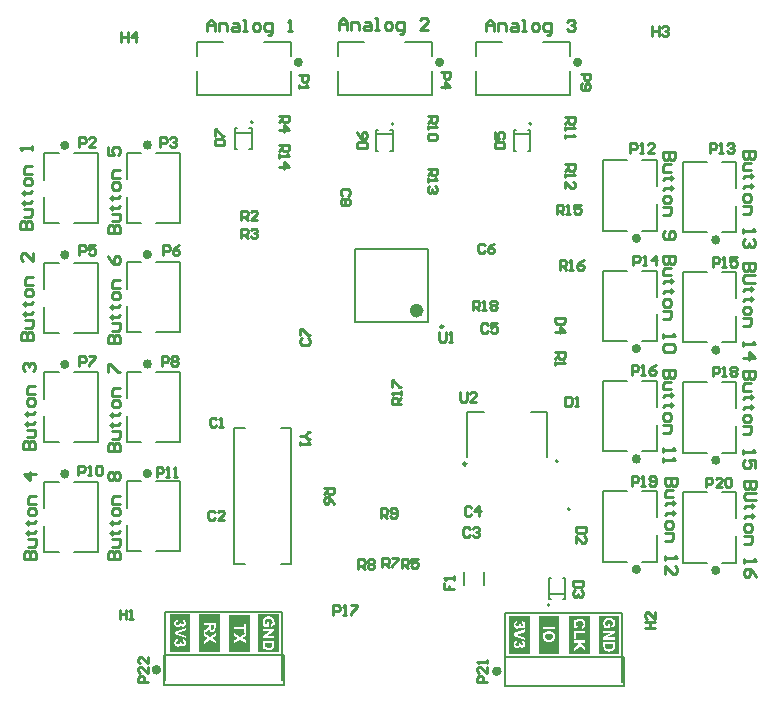
<source format=gbr>
%TF.GenerationSoftware,Altium Limited,Altium Designer,20.0.13 (296)*%
G04 Layer_Color=65535*
%FSLAX25Y25*%
%MOIN*%
%TF.FileFunction,Legend,Top*%
%TF.Part,Single*%
G01*
G75*
%TA.AperFunction,NonConductor*%
%ADD35C,0.01000*%
%ADD45C,0.01575*%
%ADD46C,0.00787*%
%ADD47C,0.00984*%
%ADD48C,0.02362*%
%ADD49C,0.01500*%
%ADD50C,0.00700*%
%ADD51C,0.00800*%
%ADD52C,0.00500*%
G36*
X569861Y161902D02*
X562971D01*
Y174500D01*
X569861D01*
Y161902D01*
D02*
G37*
G36*
X466790Y162302D02*
X459900D01*
Y174900D01*
X466790D01*
Y162302D01*
D02*
G37*
G36*
X456790Y162402D02*
X449900D01*
Y175000D01*
X456790D01*
Y162402D01*
D02*
G37*
G36*
X559990Y161902D02*
X553100D01*
Y174500D01*
X559990D01*
Y161902D01*
D02*
G37*
G36*
X580061D02*
X573171D01*
Y174500D01*
X580061D01*
Y161902D01*
D02*
G37*
G36*
X446890Y162402D02*
X440000D01*
Y175000D01*
X446890D01*
Y162402D01*
D02*
G37*
G36*
X589890Y161902D02*
X583000D01*
Y174500D01*
X589890D01*
Y161902D01*
D02*
G37*
G36*
X476390Y162402D02*
X469500D01*
Y175000D01*
X476390D01*
Y162402D01*
D02*
G37*
%LPC*%
G36*
X568312Y170704D02*
X564528D01*
Y169941D01*
X568312D01*
Y170704D01*
D02*
G37*
G36*
X566447Y169367D02*
X566389D01*
X566225Y169363D01*
X566069Y169347D01*
X565922Y169322D01*
X565787Y169289D01*
X565659Y169252D01*
X565545Y169211D01*
X565438Y169166D01*
X565344Y169117D01*
X565258Y169072D01*
X565184Y169027D01*
X565118Y168986D01*
X565065Y168949D01*
X565024Y168916D01*
X564995Y168892D01*
X564979Y168875D01*
X564971Y168871D01*
X564880Y168773D01*
X564803Y168670D01*
X564733Y168564D01*
X564675Y168453D01*
X564626Y168342D01*
X564585Y168227D01*
X564548Y168121D01*
X564524Y168014D01*
X564499Y167916D01*
X564487Y167826D01*
X564474Y167739D01*
X564466Y167670D01*
X564462Y167612D01*
X564458Y167567D01*
Y169367D01*
Y165698D01*
X568374D01*
D01*
X566410D01*
X566578Y165702D01*
X566738Y165718D01*
X566885Y165743D01*
X567025Y165776D01*
X567152Y165813D01*
X567271Y165858D01*
X567381Y165903D01*
X567476Y165948D01*
X567566Y165997D01*
X567640Y166042D01*
X567705Y166083D01*
X567759Y166124D01*
X567800Y166157D01*
X567828Y166182D01*
X567849Y166198D01*
X567853Y166202D01*
X567943Y166300D01*
X568025Y166403D01*
X568095Y166509D01*
X568152Y166620D01*
X568205Y166735D01*
X568247Y166846D01*
X568279Y166952D01*
X568308Y167059D01*
X568329Y167157D01*
X568345Y167247D01*
X568357Y167330D01*
X568365Y167399D01*
X568369Y167457D01*
X568374Y167502D01*
Y167539D01*
X568365Y167707D01*
X568349Y167862D01*
X568337Y167932D01*
X568324Y168002D01*
X568312Y168063D01*
X568300Y168121D01*
X568283Y168174D01*
X568271Y168219D01*
X568259Y168260D01*
X568247Y168293D01*
X568234Y168318D01*
X568230Y168338D01*
X568222Y168350D01*
Y168354D01*
X568177Y168453D01*
X568123Y168543D01*
X568066Y168629D01*
X568009Y168699D01*
X567959Y168760D01*
X567939Y168785D01*
X567918Y168806D01*
X567902Y168822D01*
X567890Y168834D01*
X567886Y168842D01*
X567882Y168846D01*
X567791Y168924D01*
X567705Y168994D01*
X567615Y169056D01*
X567537Y169105D01*
X567463Y169142D01*
X567435Y169158D01*
X567410Y169170D01*
X567390Y169183D01*
X567373Y169191D01*
X567365Y169195D01*
X567361D01*
X567287Y169224D01*
X567205Y169252D01*
X567045Y169293D01*
X566881Y169326D01*
X566803Y169334D01*
X566729Y169347D01*
X566656Y169351D01*
X566594Y169359D01*
X566537Y169363D01*
X566488D01*
X566447Y169367D01*
D02*
G37*
%LPD*%
G36*
X566537Y168576D02*
X566647Y168568D01*
X566750Y168555D01*
X566844Y168535D01*
X566934Y168514D01*
X567012Y168490D01*
X567086Y168461D01*
X567152Y168437D01*
X567209Y168408D01*
X567258Y168383D01*
X567299Y168359D01*
X567332Y168338D01*
X567361Y168318D01*
X567377Y168305D01*
X567390Y168297D01*
X567394Y168293D01*
X567451Y168236D01*
X567500Y168178D01*
X567545Y168113D01*
X567582Y168051D01*
X567615Y167985D01*
X567644Y167924D01*
X567664Y167862D01*
X567681Y167801D01*
X567693Y167748D01*
X567705Y167694D01*
X567713Y167649D01*
X567718Y167608D01*
X567722Y167576D01*
Y167530D01*
X567718Y167444D01*
X567709Y167362D01*
X567693Y167284D01*
X567672Y167215D01*
X567648Y167145D01*
X567619Y167084D01*
X567591Y167026D01*
X567562Y166973D01*
X567529Y166928D01*
X567500Y166887D01*
X567472Y166854D01*
X567447Y166825D01*
X567426Y166801D01*
X567410Y166784D01*
X567402Y166776D01*
X567398Y166772D01*
X567336Y166723D01*
X567263Y166678D01*
X567189Y166641D01*
X567111Y166604D01*
X567033Y166579D01*
X566951Y166555D01*
X566869Y166534D01*
X566791Y166522D01*
X566717Y166509D01*
X566647Y166501D01*
X566586Y166493D01*
X566533Y166489D01*
X566488Y166485D01*
X566455D01*
X566434D01*
X566426D01*
X566307Y166489D01*
X566192Y166497D01*
X566090Y166514D01*
X565991Y166530D01*
X565905Y166555D01*
X565823Y166579D01*
X565750Y166604D01*
X565684Y166632D01*
X565627Y166661D01*
X565577Y166686D01*
X565532Y166710D01*
X565499Y166735D01*
X565471Y166751D01*
X565454Y166768D01*
X565442Y166776D01*
X565438Y166780D01*
X565381Y166838D01*
X565331Y166899D01*
X565286Y166961D01*
X565249Y167022D01*
X565217Y167084D01*
X565192Y167149D01*
X565167Y167207D01*
X565151Y167264D01*
X565139Y167321D01*
X565126Y167370D01*
X565118Y167416D01*
X565114Y167453D01*
Y167485D01*
X565110Y167510D01*
Y167530D01*
X565114Y167612D01*
X565126Y167694D01*
X565143Y167772D01*
X565163Y167842D01*
X565188Y167908D01*
X565217Y167969D01*
X565245Y168026D01*
X565278Y168080D01*
X565307Y168125D01*
X565336Y168166D01*
X565364Y168203D01*
X565389Y168231D01*
X565413Y168256D01*
X565430Y168272D01*
X565438Y168281D01*
X565442Y168285D01*
X565508Y168338D01*
X565582Y168383D01*
X565655Y168420D01*
X565733Y168457D01*
X565815Y168486D01*
X565897Y168506D01*
X565975Y168527D01*
X566053Y168543D01*
X566127Y168555D01*
X566196Y168564D01*
X566258Y168572D01*
X566311Y168576D01*
X566356D01*
X566389Y168580D01*
X566410D01*
X566418D01*
X566537Y168576D01*
D02*
G37*
G36*
X564462Y167379D02*
X564479Y167231D01*
X564507Y167096D01*
X564540Y166969D01*
X564577Y166850D01*
X564622Y166739D01*
X564667Y166641D01*
X564716Y166551D01*
X564766Y166469D01*
X564811Y166399D01*
X564856Y166337D01*
X564893Y166288D01*
X564925Y166247D01*
X564954Y166223D01*
X564971Y166202D01*
X564975Y166198D01*
X565077Y166108D01*
X565184Y166034D01*
X565299Y165964D01*
X565417Y165907D01*
X565536Y165862D01*
X565655Y165821D01*
X565774Y165788D01*
X565885Y165759D01*
X565991Y165739D01*
X566094Y165722D01*
X566180Y165714D01*
X566258Y165706D01*
X566324Y165702D01*
X566348Y165698D01*
X564458D01*
Y167530D01*
X564462Y167379D01*
D02*
G37*
%LPC*%
G36*
X465237Y171914D02*
X464597D01*
Y170790D01*
X461453D01*
Y170028D01*
X464597D01*
Y168912D01*
X461453D01*
Y170028D01*
D01*
Y168912D01*
D01*
X465237D01*
Y171914D01*
D02*
G37*
G36*
Y168806D02*
Y168683D01*
X463421Y167494D01*
X461453Y168806D01*
D01*
Y167892D01*
X462736Y167047D01*
X461453Y166206D01*
Y167494D01*
Y165288D01*
X465237D01*
D01*
X461453D01*
X463425Y166592D01*
X465237Y165403D01*
Y166288D01*
X464101Y167043D01*
X465237Y167789D01*
Y168806D01*
D02*
G37*
G36*
X455237Y172176D02*
X451453D01*
Y170556D01*
Y171413D01*
X453031D01*
Y171167D01*
X453023Y171089D01*
X453019Y171023D01*
X453011Y170970D01*
X453003Y170929D01*
X452994Y170900D01*
X452990Y170880D01*
X452986Y170876D01*
X452970Y170831D01*
X452945Y170790D01*
X452920Y170749D01*
X452892Y170716D01*
X452867Y170687D01*
X452851Y170663D01*
X452834Y170650D01*
X452830Y170646D01*
X452806Y170622D01*
X452773Y170597D01*
X452736Y170568D01*
X452695Y170536D01*
X452605Y170470D01*
X452510Y170400D01*
X452420Y170339D01*
X452383Y170310D01*
X452347Y170290D01*
X452318Y170269D01*
X452297Y170253D01*
X452281Y170244D01*
X452277Y170240D01*
X451453Y169687D01*
Y169732D01*
Y168772D01*
X452187Y169236D01*
X452269Y169285D01*
X452338Y169334D01*
X452408Y169379D01*
X452469Y169420D01*
X452527Y169457D01*
X452576Y169494D01*
X452621Y169527D01*
X452662Y169556D01*
X452695Y169580D01*
X452724Y169605D01*
X452748Y169625D01*
X452769Y169642D01*
X452781Y169654D01*
X452793Y169662D01*
X452802Y169670D01*
X452863Y169732D01*
X452925Y169802D01*
X452978Y169871D01*
X453023Y169937D01*
X453064Y169994D01*
X453093Y170039D01*
X453105Y170056D01*
X453109Y170068D01*
X453117Y170076D01*
Y170080D01*
X453134Y169990D01*
X453154Y169904D01*
X453179Y169826D01*
X453203Y169752D01*
X453232Y169683D01*
X453261Y169621D01*
X453290Y169568D01*
X453322Y169519D01*
X453351Y169474D01*
X453380Y169437D01*
X453404Y169404D01*
X453425Y169375D01*
X453445Y169355D01*
X453458Y169342D01*
X453466Y169334D01*
X453470Y169330D01*
X453523Y169285D01*
X453581Y169248D01*
X453638Y169215D01*
X453699Y169187D01*
X453757Y169162D01*
X453814Y169141D01*
X453929Y169113D01*
X453978Y169100D01*
X454028Y169092D01*
X454069Y169088D01*
X454105Y169084D01*
X454134Y169080D01*
X454155D01*
X454171D01*
X454175D01*
X454298Y169088D01*
X454409Y169105D01*
X454511Y169133D01*
X454597Y169162D01*
X454634Y169178D01*
X454671Y169195D01*
X454700Y169207D01*
X454725Y169223D01*
X454745Y169232D01*
X454757Y169240D01*
X454766Y169248D01*
X454770D01*
X454860Y169314D01*
X454938Y169387D01*
X454999Y169457D01*
X455053Y169527D01*
X455089Y169592D01*
X455102Y169617D01*
X455114Y169642D01*
X455122Y169662D01*
X455130Y169675D01*
X455134Y169683D01*
Y169687D01*
X455151Y169740D01*
X455167Y169802D01*
X455184Y169871D01*
X455192Y169941D01*
X455212Y170085D01*
X455225Y170232D01*
X455229Y170298D01*
X455233Y170363D01*
Y170421D01*
X455237Y170470D01*
Y172176D01*
D02*
G37*
G36*
Y168744D02*
X451453D01*
Y165226D01*
D01*
X453425Y166530D01*
X455237Y165341D01*
Y166226D01*
X454101Y166981D01*
X455237Y167727D01*
Y168621D01*
X453421Y167432D01*
X451453Y168744D01*
X455237D01*
D01*
D02*
G37*
%LPD*%
G36*
X454597Y170593D02*
X454593Y170536D01*
Y170437D01*
X454589Y170396D01*
Y170335D01*
X454585Y170314D01*
Y170281D01*
X454581Y170265D01*
Y170261D01*
X454565Y170195D01*
X454544Y170134D01*
X454524Y170085D01*
X454495Y170044D01*
X454474Y170011D01*
X454454Y169990D01*
X454437Y169974D01*
X454433Y169970D01*
X454384Y169937D01*
X454335Y169912D01*
X454286Y169892D01*
X454237Y169879D01*
X454191Y169871D01*
X454159Y169867D01*
X454134D01*
X454130D01*
X454126D01*
X454064Y169871D01*
X454007Y169879D01*
X453958Y169892D01*
X453917Y169904D01*
X453884Y169921D01*
X453859Y169933D01*
X453843Y169941D01*
X453839Y169945D01*
X453798Y169978D01*
X453765Y170011D01*
X453736Y170048D01*
X453716Y170085D01*
X453699Y170113D01*
X453687Y170138D01*
X453683Y170154D01*
X453679Y170162D01*
X453671Y170191D01*
X453663Y170232D01*
X453658Y170277D01*
X453654Y170326D01*
X453646Y170437D01*
X453638Y170556D01*
Y170667D01*
X453634Y170716D01*
Y171413D01*
X454597D01*
Y170593D01*
D02*
G37*
G36*
X452736Y166985D02*
X451453Y166144D01*
Y167830D01*
X452736Y166985D01*
D02*
G37*
%LPC*%
G36*
X558478Y172692D02*
D01*
Y171470D01*
X558474Y171585D01*
X558462Y171692D01*
X558441Y171790D01*
X558421Y171872D01*
X558408Y171909D01*
X558396Y171942D01*
X558388Y171971D01*
X558380Y171995D01*
X558371Y172016D01*
X558363Y172028D01*
X558359Y172036D01*
Y172040D01*
X558310Y172131D01*
X558257Y172208D01*
X558203Y172274D01*
X558150Y172327D01*
X558105Y172372D01*
X558064Y172405D01*
X558039Y172422D01*
X558035Y172430D01*
X558031D01*
X557949Y172479D01*
X557859Y172520D01*
X557769Y172557D01*
X557679Y172586D01*
X557601Y172610D01*
X557568Y172618D01*
X557539Y172627D01*
X557514Y172631D01*
X557498Y172635D01*
X557486Y172639D01*
X557482D01*
X557371Y171971D01*
X557457Y171954D01*
X557535Y171934D01*
X557596Y171909D01*
X557650Y171880D01*
X557691Y171852D01*
X557720Y171831D01*
X557740Y171815D01*
X557744Y171811D01*
X557789Y171757D01*
X557822Y171704D01*
X557842Y171651D01*
X557859Y171602D01*
X557867Y171557D01*
X557875Y171524D01*
Y171491D01*
X557871Y171421D01*
X557859Y171360D01*
X557838Y171311D01*
X557818Y171265D01*
X557797Y171229D01*
X557777Y171204D01*
X557765Y171188D01*
X557760Y171184D01*
X557715Y171147D01*
X557666Y171118D01*
X557613Y171097D01*
X557568Y171081D01*
X557523Y171073D01*
X557490Y171069D01*
X557465D01*
X557461D01*
X557457D01*
X557375Y171077D01*
X557305Y171093D01*
X557244Y171118D01*
X557191Y171147D01*
X557150Y171179D01*
X557121Y171204D01*
X557104Y171220D01*
X557096Y171229D01*
X557055Y171294D01*
X557022Y171364D01*
X556998Y171438D01*
X556986Y171511D01*
X556977Y171577D01*
Y171606D01*
X556973Y171630D01*
Y171680D01*
X556383Y171757D01*
X556403Y171688D01*
X556416Y171622D01*
X556428Y171569D01*
X556432Y171520D01*
X556436Y171479D01*
X556440Y171450D01*
Y171425D01*
X556432Y171347D01*
X556416Y171278D01*
X556387Y171216D01*
X556358Y171163D01*
X556330Y171122D01*
X556301Y171089D01*
X556285Y171073D01*
X556276Y171065D01*
X556211Y171015D01*
X556141Y170978D01*
X556067Y170954D01*
X555998Y170933D01*
X555936Y170925D01*
X555911Y170921D01*
X555887D01*
X555866Y170917D01*
X555854D01*
X555846D01*
X555842D01*
X555739Y170925D01*
X555649Y170942D01*
X555571Y170966D01*
X555506Y170995D01*
X555452Y171024D01*
X555415Y171048D01*
X555391Y171065D01*
X555382Y171073D01*
X555325Y171134D01*
X555284Y171200D01*
X555255Y171261D01*
X555235Y171323D01*
X555223Y171376D01*
X555219Y171417D01*
X555214Y171434D01*
Y171454D01*
X555219Y171528D01*
X555235Y171598D01*
X555260Y171659D01*
X555284Y171712D01*
X555309Y171753D01*
X555333Y171786D01*
X555350Y171803D01*
X555354Y171811D01*
X555411Y171860D01*
X555481Y171901D01*
X555547Y171934D01*
X555616Y171954D01*
X555674Y171975D01*
X555723Y171983D01*
X555743Y171987D01*
X555756Y171991D01*
X555764D01*
X555768D01*
X555682Y172692D01*
X555596Y172680D01*
X555510Y172660D01*
X555432Y172635D01*
X555358Y172610D01*
X555288Y172578D01*
X555227Y172545D01*
X555169Y172512D01*
X555116Y172479D01*
X555067Y172442D01*
X555026Y172414D01*
X554989Y172381D01*
X554960Y172356D01*
X554936Y172336D01*
X554919Y172319D01*
X554911Y172307D01*
X554907Y172303D01*
X554854Y172237D01*
X554809Y172168D01*
X554772Y172098D01*
X554735Y172024D01*
X554706Y171954D01*
X554685Y171885D01*
X554665Y171815D01*
X554649Y171749D01*
X554636Y171688D01*
X554628Y171630D01*
X554620Y171577D01*
X554616Y171536D01*
Y171499D01*
X554612Y171475D01*
Y171450D01*
X554616Y171352D01*
X554628Y171253D01*
X554644Y171163D01*
X554665Y171077D01*
X554694Y170999D01*
X554722Y170921D01*
X554755Y170851D01*
X554788Y170790D01*
X554817Y170732D01*
X554849Y170683D01*
X554878Y170642D01*
X554907Y170605D01*
X554927Y170577D01*
X554944Y170556D01*
X554956Y170544D01*
X554960Y170540D01*
X555030Y170474D01*
X555100Y170421D01*
X555169Y170372D01*
X555243Y170331D01*
X555313Y170294D01*
X555382Y170265D01*
X555452Y170240D01*
X555518Y170220D01*
X555579Y170204D01*
X555633Y170195D01*
X555682Y170187D01*
X555727Y170179D01*
X555760D01*
X555788Y170175D01*
X555809D01*
X558478D01*
X555809D01*
X555870Y170179D01*
X555932Y170183D01*
X556047Y170204D01*
X556145Y170236D01*
X556231Y170273D01*
X556268Y170290D01*
X556301Y170310D01*
X556330Y170327D01*
X556354Y170339D01*
X556371Y170355D01*
X556383Y170363D01*
X556391Y170368D01*
X556395Y170372D01*
X556440Y170409D01*
X556481Y170450D01*
X556547Y170532D01*
X556604Y170618D01*
X556645Y170704D01*
X556674Y170773D01*
X556686Y170806D01*
X556695Y170835D01*
X556703Y170855D01*
X556707Y170872D01*
X556711Y170884D01*
Y170888D01*
X556768Y170794D01*
X556830Y170708D01*
X556895Y170634D01*
X556961Y170573D01*
X557027Y170519D01*
X557092Y170474D01*
X557158Y170441D01*
X557219Y170413D01*
X557277Y170388D01*
X557334Y170372D01*
X557383Y170359D01*
X557424Y170351D01*
X557457Y170347D01*
X557486Y170343D01*
X557502D01*
X557506D01*
X557572Y170347D01*
X557633Y170355D01*
X557695Y170368D01*
X557752Y170384D01*
X557859Y170429D01*
X557949Y170478D01*
X557990Y170503D01*
X558027Y170528D01*
X558060Y170552D01*
X558084Y170573D01*
X558105Y170589D01*
X558121Y170601D01*
X558130Y170609D01*
X558134Y170614D01*
X558195Y170675D01*
X558248Y170741D01*
X558293Y170810D01*
X558334Y170884D01*
X558367Y170954D01*
X558396Y171024D01*
X558417Y171093D01*
X558437Y171163D01*
X558449Y171224D01*
X558462Y171282D01*
X558466Y171335D01*
X558474Y171380D01*
Y171417D01*
X558478Y171446D01*
Y170175D01*
D01*
Y172692D01*
D02*
G37*
%LPD*%
G36*
X555809Y170175D02*
D01*
D01*
D01*
D02*
G37*
%LPC*%
G36*
X558466Y169949D02*
D01*
X554681Y168600D01*
Y167780D01*
X558466Y166428D01*
X554681D01*
X558466D01*
Y169949D01*
D02*
G37*
G36*
X555682Y166227D02*
X555596Y166214D01*
X555510Y166194D01*
X555432Y166169D01*
X555358Y166145D01*
X555288Y166112D01*
X555227Y166079D01*
X555169Y166046D01*
X555116Y166013D01*
X555067Y165977D01*
X555026Y165948D01*
X554989Y165915D01*
X554960Y165890D01*
X554936Y165870D01*
X554919Y165854D01*
X554911Y165841D01*
X554907Y165837D01*
X554854Y165771D01*
X554809Y165702D01*
X554772Y165632D01*
X554735Y165558D01*
X554706Y165489D01*
X554685Y165419D01*
X554665Y165349D01*
X554649Y165284D01*
X554636Y165222D01*
X554628Y165165D01*
X554620Y165111D01*
X554616Y165070D01*
Y165033D01*
X554612Y165009D01*
Y164984D01*
X554616Y164886D01*
X554628Y164787D01*
X554644Y164697D01*
X554665Y164611D01*
X554694Y164533D01*
X554722Y164455D01*
X554755Y164386D01*
X554788Y164324D01*
X554817Y164267D01*
X554849Y164218D01*
X554878Y164177D01*
X554907Y164140D01*
X554927Y164111D01*
X554944Y164091D01*
X554956Y164078D01*
X554960Y164074D01*
X555030Y164008D01*
X555100Y163955D01*
X555169Y163906D01*
X555243Y163865D01*
X555313Y163828D01*
X555382Y163799D01*
X555452Y163775D01*
X555518Y163754D01*
X555579Y163738D01*
X555633Y163730D01*
X555682Y163722D01*
X555727Y163713D01*
X555760D01*
X555788Y163709D01*
X554612D01*
X558478D01*
X555809D01*
X555870Y163713D01*
X555932Y163717D01*
X556047Y163738D01*
X556145Y163771D01*
X556231Y163808D01*
X556268Y163824D01*
X556301Y163845D01*
X556330Y163861D01*
X556354Y163873D01*
X556371Y163890D01*
X556383Y163898D01*
X556391Y163902D01*
X556395Y163906D01*
X556440Y163943D01*
X556481Y163984D01*
X556547Y164066D01*
X556604Y164152D01*
X556645Y164238D01*
X556674Y164308D01*
X556686Y164341D01*
X556695Y164369D01*
X556703Y164390D01*
X556707Y164406D01*
X556711Y164418D01*
Y164423D01*
X556768Y164328D01*
X556830Y164242D01*
X556895Y164168D01*
X556961Y164107D01*
X557027Y164054D01*
X557092Y164008D01*
X557158Y163976D01*
X557219Y163947D01*
X557277Y163922D01*
X557334Y163906D01*
X557383Y163894D01*
X557424Y163885D01*
X557457Y163881D01*
X557486Y163877D01*
X557502D01*
X557506D01*
X557572Y163881D01*
X557633Y163890D01*
X557695Y163902D01*
X557752Y163918D01*
X557859Y163963D01*
X557949Y164013D01*
X557990Y164037D01*
X558027Y164062D01*
X558060Y164086D01*
X558084Y164107D01*
X558105Y164123D01*
X558121Y164136D01*
X558130Y164144D01*
X558134Y164148D01*
X558195Y164209D01*
X558248Y164275D01*
X558293Y164345D01*
X558334Y164418D01*
X558367Y164488D01*
X558396Y164558D01*
X558417Y164628D01*
X558437Y164697D01*
X558449Y164759D01*
X558462Y164816D01*
X558466Y164869D01*
X558474Y164915D01*
Y164952D01*
X558478Y164980D01*
Y165005D01*
X558474Y165120D01*
X558462Y165226D01*
X558441Y165325D01*
X558421Y165407D01*
X558408Y165444D01*
X558396Y165476D01*
X558388Y165505D01*
X558380Y165530D01*
X558371Y165550D01*
X558363Y165562D01*
X558359Y165571D01*
Y165575D01*
X558310Y165665D01*
X558257Y165743D01*
X558203Y165808D01*
X558150Y165862D01*
X558105Y165907D01*
X558064Y165940D01*
X558039Y165956D01*
X558035Y165964D01*
X558031D01*
X557949Y166013D01*
X557859Y166054D01*
X557769Y166091D01*
X557679Y166120D01*
X557601Y166145D01*
X557568Y166153D01*
X557539Y166161D01*
X557514Y166165D01*
X557498Y166169D01*
X557486Y166173D01*
X557482D01*
X557371Y165505D01*
X557457Y165489D01*
X557535Y165468D01*
X557596Y165444D01*
X557650Y165415D01*
X557691Y165386D01*
X557720Y165366D01*
X557740Y165349D01*
X557744Y165345D01*
X557789Y165292D01*
X557822Y165238D01*
X557842Y165185D01*
X557859Y165136D01*
X557867Y165091D01*
X557875Y165058D01*
Y165025D01*
X557871Y164956D01*
X557859Y164894D01*
X557838Y164845D01*
X557818Y164800D01*
X557797Y164763D01*
X557777Y164738D01*
X557765Y164722D01*
X557760Y164718D01*
X557715Y164681D01*
X557666Y164652D01*
X557613Y164632D01*
X557568Y164615D01*
X557523Y164607D01*
X557490Y164603D01*
X557465D01*
X557461D01*
X557457D01*
X557375Y164611D01*
X557305Y164628D01*
X557244Y164652D01*
X557191Y164681D01*
X557150Y164714D01*
X557121Y164738D01*
X557104Y164755D01*
X557096Y164763D01*
X557055Y164829D01*
X557022Y164898D01*
X556998Y164972D01*
X556986Y165046D01*
X556977Y165111D01*
Y165140D01*
X556973Y165165D01*
Y165214D01*
X556383Y165292D01*
X556403Y165222D01*
X556416Y165156D01*
X556428Y165103D01*
X556432Y165054D01*
X556436Y165013D01*
X556440Y164984D01*
Y164960D01*
X556432Y164882D01*
X556416Y164812D01*
X556387Y164751D01*
X556358Y164697D01*
X556330Y164656D01*
X556301Y164623D01*
X556285Y164607D01*
X556276Y164599D01*
X556211Y164550D01*
X556141Y164513D01*
X556067Y164488D01*
X555998Y164468D01*
X555936Y164460D01*
X555911Y164455D01*
X555887D01*
X555866Y164451D01*
X555854D01*
X555846D01*
X555842D01*
X555739Y164460D01*
X555649Y164476D01*
X555571Y164500D01*
X555506Y164529D01*
X555452Y164558D01*
X555415Y164583D01*
X555391Y164599D01*
X555382Y164607D01*
X555325Y164669D01*
X555284Y164734D01*
X555255Y164796D01*
X555235Y164857D01*
X555223Y164910D01*
X555219Y164952D01*
X555214Y164968D01*
Y164988D01*
X555219Y165062D01*
X555235Y165132D01*
X555260Y165193D01*
X555284Y165247D01*
X555309Y165288D01*
X555333Y165321D01*
X555350Y165337D01*
X555354Y165345D01*
X555411Y165394D01*
X555481Y165435D01*
X555547Y165468D01*
X555616Y165489D01*
X555674Y165509D01*
X555723Y165517D01*
X555743Y165521D01*
X555756Y165525D01*
X555764D01*
X555768D01*
X555682Y166227D01*
D02*
G37*
%LPD*%
G36*
X558466Y167239D02*
X555665Y168166D01*
X558466Y169125D01*
Y167239D01*
D02*
G37*
%LPC*%
G36*
X576645Y173500D02*
X576579D01*
X576415Y173496D01*
X576263Y173479D01*
X576120Y173455D01*
X575984Y173426D01*
X575857Y173389D01*
X575743Y173348D01*
X575636Y173303D01*
X575542Y173258D01*
X575456Y173213D01*
X575382Y173168D01*
X575320Y173127D01*
X575267Y173090D01*
X575226Y173061D01*
X575197Y173037D01*
X575177Y173020D01*
X575173Y173016D01*
X575082Y172922D01*
X575005Y172824D01*
X574935Y172721D01*
X574878Y172618D01*
X574828Y172516D01*
X574787Y172414D01*
X574750Y172311D01*
X574726Y172217D01*
X574701Y172126D01*
X574689Y172040D01*
X574677Y171967D01*
X574668Y171905D01*
X574664Y171852D01*
X574660Y171811D01*
Y173500D01*
Y170204D01*
D01*
Y171778D01*
X574664Y171667D01*
X574673Y171561D01*
X574689Y171458D01*
X574705Y171364D01*
X574730Y171274D01*
X574754Y171192D01*
X574783Y171114D01*
X574812Y171048D01*
X574836Y170983D01*
X574865Y170929D01*
X574890Y170884D01*
X574914Y170843D01*
X574931Y170815D01*
X574947Y170790D01*
X574955Y170778D01*
X574960Y170773D01*
X575021Y170700D01*
X575087Y170634D01*
X575156Y170573D01*
X575234Y170515D01*
X575308Y170466D01*
X575386Y170417D01*
X575464Y170376D01*
X575538Y170339D01*
X575607Y170306D01*
X575673Y170277D01*
X575734Y170257D01*
X575784Y170236D01*
X575829Y170220D01*
X575857Y170212D01*
X575878Y170204D01*
X575886D01*
X576116Y170946D01*
X576042Y170966D01*
X575968Y170987D01*
X575903Y171011D01*
X575845Y171036D01*
X575788Y171065D01*
X575738Y171089D01*
X575693Y171118D01*
X575652Y171142D01*
X575620Y171167D01*
X575587Y171192D01*
X575562Y171212D01*
X575542Y171229D01*
X575525Y171245D01*
X575513Y171257D01*
X575509Y171261D01*
X575505Y171265D01*
X575472Y171307D01*
X575443Y171352D01*
X575394Y171438D01*
X575361Y171524D01*
X575337Y171606D01*
X575324Y171680D01*
X575316Y171708D01*
Y171737D01*
X575312Y171757D01*
Y171786D01*
X575316Y171860D01*
X575324Y171934D01*
X575341Y172003D01*
X575361Y172065D01*
X575382Y172126D01*
X575406Y172180D01*
X575435Y172233D01*
X575464Y172278D01*
X575492Y172319D01*
X575521Y172356D01*
X575546Y172385D01*
X575566Y172414D01*
X575587Y172430D01*
X575603Y172446D01*
X575611Y172455D01*
X575616Y172459D01*
X575677Y172504D01*
X575747Y172541D01*
X575820Y172578D01*
X575903Y172606D01*
X575989Y172631D01*
X576071Y172651D01*
X576239Y172680D01*
X576321Y172692D01*
X576395Y172701D01*
X576460Y172705D01*
X576522Y172709D01*
X576567Y172713D01*
X576604D01*
X576628D01*
X576636D01*
X576759Y172709D01*
X576874Y172701D01*
X576977Y172688D01*
X577075Y172672D01*
X577165Y172651D01*
X577243Y172631D01*
X577317Y172606D01*
X577379Y172582D01*
X577436Y172561D01*
X577485Y172537D01*
X577526Y172516D01*
X577559Y172495D01*
X577584Y172479D01*
X577604Y172467D01*
X577612Y172459D01*
X577616Y172455D01*
X577670Y172405D01*
X577715Y172348D01*
X577756Y172295D01*
X577793Y172237D01*
X577821Y172180D01*
X577846Y172122D01*
X577866Y172065D01*
X577883Y172012D01*
X577895Y171962D01*
X577903Y171917D01*
X577912Y171876D01*
X577916Y171839D01*
X577920Y171811D01*
Y171770D01*
X577912Y171659D01*
X577891Y171561D01*
X577866Y171475D01*
X577834Y171397D01*
X577801Y171335D01*
X577788Y171311D01*
X577776Y171290D01*
X577764Y171274D01*
X577756Y171261D01*
X577752Y171257D01*
X577747Y171253D01*
X577678Y171179D01*
X577604Y171118D01*
X577526Y171069D01*
X577452Y171032D01*
X577387Y171003D01*
X577358Y170991D01*
X577333Y170983D01*
X577313Y170978D01*
X577296Y170974D01*
X577288Y170970D01*
X577284D01*
X577465Y170216D01*
X577547Y170240D01*
X577625Y170269D01*
X577694Y170302D01*
X577764Y170331D01*
X577825Y170363D01*
X577883Y170396D01*
X577932Y170429D01*
X577981Y170458D01*
X578022Y170491D01*
X578059Y170515D01*
X578088Y170540D01*
X578112Y170564D01*
X578133Y170581D01*
X578145Y170593D01*
X578153Y170601D01*
X578158Y170605D01*
X578231Y170692D01*
X578293Y170778D01*
X578350Y170872D01*
X578395Y170966D01*
X578436Y171061D01*
X578469Y171155D01*
X578498Y171245D01*
X578518Y171331D01*
X578539Y171413D01*
X578551Y171491D01*
X578559Y171561D01*
X578563Y171618D01*
X578568Y171667D01*
X578572Y171700D01*
Y171733D01*
X578568Y171876D01*
X578551Y172016D01*
X578522Y172147D01*
X578490Y172270D01*
X578449Y172385D01*
X578408Y172487D01*
X578358Y172586D01*
X578309Y172672D01*
X578260Y172750D01*
X578215Y172819D01*
X578170Y172877D01*
X578129Y172926D01*
X578096Y172967D01*
X578071Y172992D01*
X578051Y173012D01*
X578047Y173016D01*
X577944Y173102D01*
X577834Y173176D01*
X577719Y173242D01*
X577600Y173295D01*
X577477Y173344D01*
X577354Y173381D01*
X577235Y173414D01*
X577116Y173439D01*
X577009Y173459D01*
X576907Y173475D01*
X576813Y173484D01*
X576735Y173492D01*
X576669Y173496D01*
X576645Y173500D01*
D02*
G37*
G36*
X578477Y169527D02*
X574726D01*
Y166866D01*
X578477D01*
D01*
X575365D01*
Y168764D01*
X578477D01*
Y169527D01*
D02*
G37*
G36*
X578510Y166313D02*
X574726D01*
Y162901D01*
X578510D01*
D01*
X574726D01*
X577038Y164406D01*
X578510Y162975D01*
Y164004D01*
X576829Y165550D01*
X578510D01*
Y166313D01*
D02*
G37*
%LPD*%
G36*
X576501Y164935D02*
X574726Y163890D01*
Y165550D01*
X575866D01*
X576501Y164935D01*
D02*
G37*
%LPC*%
G36*
X442582Y173192D02*
X442496Y173180D01*
X442410Y173160D01*
X442332Y173135D01*
X442258Y173110D01*
X442188Y173077D01*
X442127Y173045D01*
X442069Y173012D01*
X442016Y172979D01*
X441967Y172942D01*
X441926Y172914D01*
X441889Y172881D01*
X441860Y172856D01*
X441836Y172836D01*
X441819Y172819D01*
X441811Y172807D01*
X441807Y172803D01*
X441754Y172737D01*
X441709Y172668D01*
X441672Y172598D01*
X441635Y172524D01*
X441606Y172454D01*
X441585Y172385D01*
X441565Y172315D01*
X441549Y172249D01*
X441536Y172188D01*
X441528Y172130D01*
X441520Y172077D01*
X441516Y172036D01*
Y171999D01*
X441512Y171975D01*
Y171950D01*
X441516Y171852D01*
X441528Y171753D01*
X441544Y171663D01*
X441565Y171577D01*
X441594Y171499D01*
X441622Y171421D01*
X441655Y171351D01*
X441688Y171290D01*
X441717Y171232D01*
X441749Y171183D01*
X441778Y171142D01*
X441807Y171105D01*
X441827Y171077D01*
X441844Y171056D01*
X441856Y171044D01*
X441860Y171040D01*
X441930Y170974D01*
X442000Y170921D01*
X442069Y170872D01*
X442143Y170831D01*
X442213Y170794D01*
X442282Y170765D01*
X442352Y170740D01*
X442418Y170720D01*
X442479Y170704D01*
X442533Y170695D01*
X442582Y170687D01*
X442627Y170679D01*
X442660D01*
X442688Y170675D01*
X442709D01*
X445378D01*
X442709D01*
X442770Y170679D01*
X442832Y170683D01*
X442947Y170704D01*
X443045Y170736D01*
X443131Y170773D01*
X443168Y170790D01*
X443201Y170810D01*
X443230Y170827D01*
X443254Y170839D01*
X443271Y170855D01*
X443283Y170863D01*
X443291Y170868D01*
X443295Y170872D01*
X443340Y170909D01*
X443381Y170950D01*
X443447Y171032D01*
X443504Y171118D01*
X443545Y171204D01*
X443574Y171274D01*
X443586Y171306D01*
X443595Y171335D01*
X443603Y171355D01*
X443607Y171372D01*
X443611Y171384D01*
Y171388D01*
X443668Y171294D01*
X443730Y171208D01*
X443795Y171134D01*
X443861Y171073D01*
X443927Y171019D01*
X443992Y170974D01*
X444058Y170941D01*
X444119Y170913D01*
X444177Y170888D01*
X444234Y170872D01*
X444283Y170859D01*
X444324Y170851D01*
X444357Y170847D01*
X444386Y170843D01*
X444402D01*
X444406D01*
X444472Y170847D01*
X444533Y170855D01*
X444595Y170868D01*
X444652Y170884D01*
X444759Y170929D01*
X444849Y170978D01*
X444890Y171003D01*
X444927Y171028D01*
X444960Y171052D01*
X444984Y171073D01*
X445005Y171089D01*
X445021Y171101D01*
X445029Y171109D01*
X445034Y171114D01*
X445095Y171175D01*
X445148Y171241D01*
X445193Y171310D01*
X445234Y171384D01*
X445267Y171454D01*
X445296Y171524D01*
X445317Y171593D01*
X445337Y171663D01*
X445349Y171724D01*
X445362Y171782D01*
X445366Y171835D01*
X445374Y171880D01*
Y171917D01*
X445378Y171946D01*
Y171970D01*
X445374Y172085D01*
X445362Y172192D01*
X445341Y172290D01*
X445321Y172372D01*
X445308Y172409D01*
X445296Y172442D01*
X445288Y172471D01*
X445280Y172495D01*
X445271Y172516D01*
X445263Y172528D01*
X445259Y172536D01*
Y172540D01*
X445210Y172631D01*
X445157Y172708D01*
X445103Y172774D01*
X445050Y172827D01*
X445005Y172872D01*
X444964Y172905D01*
X444939Y172922D01*
X444935Y172930D01*
X444931D01*
X444849Y172979D01*
X444759Y173020D01*
X444669Y173057D01*
X444579Y173086D01*
X444501Y173110D01*
X444468Y173118D01*
X444439Y173127D01*
X444415Y173131D01*
X444398Y173135D01*
X444386Y173139D01*
X444382D01*
X444271Y172471D01*
X444357Y172454D01*
X444435Y172434D01*
X444496Y172409D01*
X444550Y172380D01*
X444591Y172352D01*
X444620Y172331D01*
X444640Y172315D01*
X444644Y172311D01*
X444689Y172257D01*
X444722Y172204D01*
X444742Y172151D01*
X444759Y172102D01*
X444767Y172057D01*
X444775Y172024D01*
Y171991D01*
X444771Y171921D01*
X444759Y171860D01*
X444738Y171811D01*
X444718Y171765D01*
X444697Y171729D01*
X444677Y171704D01*
X444665Y171688D01*
X444661Y171684D01*
X444615Y171647D01*
X444566Y171618D01*
X444513Y171597D01*
X444468Y171581D01*
X444423Y171573D01*
X444390Y171569D01*
X444365D01*
X444361D01*
X444357D01*
X444275Y171577D01*
X444205Y171593D01*
X444144Y171618D01*
X444091Y171647D01*
X444050Y171679D01*
X444021Y171704D01*
X444004Y171720D01*
X443996Y171729D01*
X443955Y171794D01*
X443923Y171864D01*
X443898Y171938D01*
X443886Y172011D01*
X443877Y172077D01*
Y172106D01*
X443873Y172130D01*
Y172180D01*
X443283Y172257D01*
X443303Y172188D01*
X443316Y172122D01*
X443328Y172069D01*
X443332Y172020D01*
X443336Y171979D01*
X443340Y171950D01*
Y171925D01*
X443332Y171847D01*
X443316Y171778D01*
X443287Y171716D01*
X443258Y171663D01*
X443230Y171622D01*
X443201Y171589D01*
X443185Y171573D01*
X443176Y171565D01*
X443111Y171515D01*
X443041Y171478D01*
X442967Y171454D01*
X442898Y171433D01*
X442836Y171425D01*
X442811Y171421D01*
X442787D01*
X442766Y171417D01*
X442754D01*
X442746D01*
X442742D01*
X442639Y171425D01*
X442549Y171442D01*
X442471Y171466D01*
X442406Y171495D01*
X442352Y171524D01*
X442315Y171548D01*
X442291Y171565D01*
X442282Y171573D01*
X442225Y171634D01*
X442184Y171700D01*
X442155Y171761D01*
X442135Y171823D01*
X442123Y171876D01*
X442119Y171917D01*
X442114Y171934D01*
Y171954D01*
X442119Y172028D01*
X442135Y172098D01*
X442160Y172159D01*
X442184Y172212D01*
X442209Y172253D01*
X442233Y172286D01*
X442250Y172303D01*
X442254Y172311D01*
X442311Y172360D01*
X442381Y172401D01*
X442447Y172434D01*
X442516Y172454D01*
X442574Y172475D01*
X442623Y172483D01*
X442643Y172487D01*
X442656Y172491D01*
X442664D01*
X442668D01*
X442582Y173192D01*
D02*
G37*
%LPD*%
G36*
X442709Y170675D02*
D01*
D01*
D01*
D02*
G37*
%LPC*%
G36*
X445366Y170449D02*
X441581Y169100D01*
Y168280D01*
X445366Y166928D01*
Y167739D01*
X442565Y168666D01*
X445366Y169625D01*
Y170449D01*
D02*
G37*
G36*
X442582Y166727D02*
X442496Y166714D01*
X442410Y166694D01*
X442332Y166669D01*
X442258Y166645D01*
X442188Y166612D01*
X442127Y166579D01*
X442069Y166546D01*
X442016Y166513D01*
X441967Y166477D01*
X441926Y166448D01*
X441889Y166415D01*
X441860Y166390D01*
X441836Y166370D01*
X441819Y166353D01*
X441811Y166341D01*
X441807Y166337D01*
X441754Y166271D01*
X441709Y166202D01*
X441672Y166132D01*
X441635Y166058D01*
X441606Y165989D01*
X441585Y165919D01*
X441565Y165849D01*
X441549Y165784D01*
X441536Y165722D01*
X441528Y165665D01*
X441520Y165611D01*
X441516Y165570D01*
Y165533D01*
X441512Y165509D01*
Y165484D01*
X441516Y165386D01*
X441528Y165287D01*
X441544Y165197D01*
X441565Y165111D01*
X441594Y165033D01*
X441622Y164955D01*
X441655Y164886D01*
X441688Y164824D01*
X441717Y164767D01*
X441749Y164718D01*
X441778Y164677D01*
X441807Y164640D01*
X441827Y164611D01*
X441844Y164591D01*
X441856Y164578D01*
X441860Y164574D01*
X441930Y164508D01*
X442000Y164455D01*
X442069Y164406D01*
X442143Y164365D01*
X442213Y164328D01*
X442282Y164299D01*
X442352Y164275D01*
X442418Y164254D01*
X442479Y164238D01*
X442533Y164230D01*
X442582Y164222D01*
X442627Y164213D01*
X442660D01*
X442688Y164209D01*
X441512D01*
X445378D01*
X442709D01*
X442770Y164213D01*
X442832Y164217D01*
X442947Y164238D01*
X443045Y164271D01*
X443131Y164308D01*
X443168Y164324D01*
X443201Y164345D01*
X443230Y164361D01*
X443254Y164373D01*
X443271Y164390D01*
X443283Y164398D01*
X443291Y164402D01*
X443295Y164406D01*
X443340Y164443D01*
X443381Y164484D01*
X443447Y164566D01*
X443504Y164652D01*
X443545Y164738D01*
X443574Y164808D01*
X443586Y164841D01*
X443595Y164869D01*
X443603Y164890D01*
X443607Y164906D01*
X443611Y164918D01*
Y164923D01*
X443668Y164828D01*
X443730Y164742D01*
X443795Y164668D01*
X443861Y164607D01*
X443927Y164554D01*
X443992Y164508D01*
X444058Y164476D01*
X444119Y164447D01*
X444177Y164422D01*
X444234Y164406D01*
X444283Y164394D01*
X444324Y164385D01*
X444357Y164381D01*
X444386Y164377D01*
X444402D01*
X444406D01*
X444472Y164381D01*
X444533Y164390D01*
X444595Y164402D01*
X444652Y164418D01*
X444759Y164463D01*
X444849Y164513D01*
X444890Y164537D01*
X444927Y164562D01*
X444960Y164586D01*
X444984Y164607D01*
X445005Y164623D01*
X445021Y164636D01*
X445029Y164644D01*
X445034Y164648D01*
X445095Y164709D01*
X445148Y164775D01*
X445193Y164845D01*
X445234Y164918D01*
X445267Y164988D01*
X445296Y165058D01*
X445317Y165128D01*
X445337Y165197D01*
X445349Y165259D01*
X445362Y165316D01*
X445366Y165369D01*
X445374Y165415D01*
Y165452D01*
X445378Y165480D01*
Y165505D01*
X445374Y165620D01*
X445362Y165726D01*
X445341Y165825D01*
X445321Y165907D01*
X445308Y165944D01*
X445296Y165976D01*
X445288Y166005D01*
X445280Y166030D01*
X445271Y166050D01*
X445263Y166062D01*
X445259Y166071D01*
Y166075D01*
X445210Y166165D01*
X445157Y166243D01*
X445103Y166308D01*
X445050Y166362D01*
X445005Y166407D01*
X444964Y166440D01*
X444939Y166456D01*
X444935Y166464D01*
X444931D01*
X444849Y166513D01*
X444759Y166554D01*
X444669Y166591D01*
X444579Y166620D01*
X444501Y166645D01*
X444468Y166653D01*
X444439Y166661D01*
X444415Y166665D01*
X444398Y166669D01*
X444386Y166673D01*
X444382D01*
X444271Y166005D01*
X444357Y165989D01*
X444435Y165968D01*
X444496Y165944D01*
X444550Y165915D01*
X444591Y165886D01*
X444620Y165866D01*
X444640Y165849D01*
X444644Y165845D01*
X444689Y165792D01*
X444722Y165738D01*
X444742Y165685D01*
X444759Y165636D01*
X444767Y165591D01*
X444775Y165558D01*
Y165525D01*
X444771Y165456D01*
X444759Y165394D01*
X444738Y165345D01*
X444718Y165300D01*
X444697Y165263D01*
X444677Y165238D01*
X444665Y165222D01*
X444661Y165218D01*
X444615Y165181D01*
X444566Y165152D01*
X444513Y165132D01*
X444468Y165115D01*
X444423Y165107D01*
X444390Y165103D01*
X444365D01*
X444361D01*
X444357D01*
X444275Y165111D01*
X444205Y165128D01*
X444144Y165152D01*
X444091Y165181D01*
X444050Y165214D01*
X444021Y165238D01*
X444004Y165255D01*
X443996Y165263D01*
X443955Y165329D01*
X443923Y165398D01*
X443898Y165472D01*
X443886Y165546D01*
X443877Y165611D01*
Y165640D01*
X443873Y165665D01*
Y165714D01*
X443283Y165792D01*
X443303Y165722D01*
X443316Y165656D01*
X443328Y165603D01*
X443332Y165554D01*
X443336Y165513D01*
X443340Y165484D01*
Y165460D01*
X443332Y165382D01*
X443316Y165312D01*
X443287Y165251D01*
X443258Y165197D01*
X443230Y165156D01*
X443201Y165123D01*
X443185Y165107D01*
X443176Y165099D01*
X443111Y165050D01*
X443041Y165013D01*
X442967Y164988D01*
X442898Y164968D01*
X442836Y164960D01*
X442811Y164955D01*
X442787D01*
X442766Y164951D01*
X442754D01*
X442746D01*
X442742D01*
X442639Y164960D01*
X442549Y164976D01*
X442471Y165000D01*
X442406Y165029D01*
X442352Y165058D01*
X442315Y165083D01*
X442291Y165099D01*
X442282Y165107D01*
X442225Y165169D01*
X442184Y165234D01*
X442155Y165296D01*
X442135Y165357D01*
X442123Y165410D01*
X442119Y165452D01*
X442114Y165468D01*
Y165488D01*
X442119Y165562D01*
X442135Y165632D01*
X442160Y165693D01*
X442184Y165747D01*
X442209Y165788D01*
X442233Y165821D01*
X442250Y165837D01*
X442254Y165845D01*
X442311Y165894D01*
X442381Y165935D01*
X442447Y165968D01*
X442516Y165989D01*
X442574Y166009D01*
X442623Y166017D01*
X442643Y166021D01*
X442656Y166025D01*
X442664D01*
X442668D01*
X442582Y166727D01*
D02*
G37*
G36*
X588403Y173816D02*
D01*
Y172036D01*
X588394Y172131D01*
X588386Y172221D01*
X588374Y172307D01*
X588357Y172389D01*
X588341Y172463D01*
X588325Y172532D01*
X588308Y172594D01*
X588292Y172651D01*
X588275Y172701D01*
X588259Y172741D01*
X588243Y172778D01*
X588230Y172807D01*
X588222Y172828D01*
X588218Y172840D01*
X588214Y172844D01*
X588165Y172930D01*
X588111Y173012D01*
X588058Y173090D01*
X588001Y173160D01*
X587939Y173225D01*
X587882Y173283D01*
X587824Y173340D01*
X587767Y173385D01*
X587714Y173430D01*
X587665Y173467D01*
X587619Y173496D01*
X587583Y173525D01*
X587550Y173545D01*
X587525Y173557D01*
X587509Y173566D01*
X587505Y173570D01*
X587419Y173615D01*
X587328Y173652D01*
X587238Y173685D01*
X587148Y173713D01*
X587058Y173734D01*
X586972Y173754D01*
X586886Y173771D01*
X586808Y173783D01*
X586734Y173795D01*
X586668Y173803D01*
X586607Y173808D01*
X586553Y173812D01*
X586513Y173816D01*
X586455D01*
X586353Y173812D01*
X586254Y173808D01*
X586160Y173795D01*
X586066Y173783D01*
X585980Y173762D01*
X585897Y173746D01*
X585820Y173725D01*
X585746Y173705D01*
X585680Y173685D01*
X585623Y173664D01*
X585569Y173644D01*
X585529Y173627D01*
X585492Y173615D01*
X585467Y173602D01*
X585451Y173598D01*
X585447Y173594D01*
X585360Y173549D01*
X585283Y173504D01*
X585209Y173451D01*
X585139Y173398D01*
X585077Y173344D01*
X585016Y173287D01*
X584963Y173233D01*
X584918Y173180D01*
X584872Y173131D01*
X584836Y173086D01*
X584807Y173041D01*
X584778Y173008D01*
X584758Y172975D01*
X584745Y172955D01*
X584737Y172938D01*
X584733Y172934D01*
X584688Y172848D01*
X584651Y172762D01*
X584618Y172676D01*
X584590Y172586D01*
X584569Y172495D01*
X584549Y172409D01*
X584532Y172327D01*
X584520Y172249D01*
X584508Y172176D01*
X584499Y172110D01*
X584495Y172049D01*
X584491Y171995D01*
X584487Y171954D01*
Y171897D01*
X584491Y171811D01*
X584495Y171725D01*
X584516Y171557D01*
X584528Y171475D01*
X584545Y171401D01*
X584561Y171327D01*
X584577Y171261D01*
X584594Y171200D01*
X584606Y171142D01*
X584622Y171093D01*
X584635Y171052D01*
X584647Y171019D01*
X584655Y170995D01*
X584663Y170978D01*
Y170974D01*
X584696Y170892D01*
X584733Y170815D01*
X584766Y170741D01*
X584803Y170675D01*
X584836Y170609D01*
X584868Y170552D01*
X584901Y170503D01*
X584934Y170454D01*
X584963Y170413D01*
X584987Y170376D01*
X585012Y170347D01*
X585032Y170323D01*
X585049Y170302D01*
X585061Y170290D01*
X585065Y170282D01*
X585069Y170277D01*
X584487D01*
D01*
X588403D01*
Y173816D01*
D02*
G37*
G36*
X588341Y169564D02*
X584557D01*
Y168859D01*
X587041D01*
X584557Y167325D01*
Y166563D01*
X588341D01*
Y169564D01*
D02*
G37*
G36*
Y165755D02*
X584557D01*
Y162586D01*
X588341D01*
D01*
X586508D01*
X586603Y162590D01*
X586689Y162598D01*
X586775Y162606D01*
X586853Y162615D01*
X586927Y162627D01*
X586996Y162639D01*
X587058Y162647D01*
X587111Y162660D01*
X587160Y162672D01*
X587205Y162684D01*
X587238Y162692D01*
X587267Y162701D01*
X587287Y162709D01*
X587300Y162713D01*
X587304D01*
X587435Y162762D01*
X587554Y162820D01*
X587661Y162881D01*
X587706Y162910D01*
X587747Y162938D01*
X587788Y162967D01*
X587820Y162992D01*
X587849Y163016D01*
X587874Y163033D01*
X587894Y163049D01*
X587907Y163061D01*
X587915Y163070D01*
X587919Y163074D01*
X588005Y163168D01*
X588079Y163262D01*
X588140Y163357D01*
X588185Y163447D01*
X588222Y163525D01*
X588239Y163558D01*
X588247Y163586D01*
X588255Y163611D01*
X588263Y163627D01*
X588267Y163639D01*
Y163644D01*
X588280Y163693D01*
X588292Y163746D01*
X588308Y163861D01*
X588325Y163980D01*
X588333Y164095D01*
X588337Y164148D01*
Y164242D01*
X588341Y164283D01*
Y165755D01*
D02*
G37*
%LPD*%
G36*
X586603Y173024D02*
X586709Y173016D01*
X586808Y173000D01*
X586898Y172983D01*
X586984Y172959D01*
X587062Y172934D01*
X587132Y172910D01*
X587193Y172881D01*
X587251Y172852D01*
X587296Y172828D01*
X587337Y172803D01*
X587369Y172778D01*
X587398Y172762D01*
X587415Y172746D01*
X587427Y172737D01*
X587431Y172733D01*
X587488Y172676D01*
X587537Y172614D01*
X587578Y172549D01*
X587615Y172483D01*
X587648Y172418D01*
X587673Y172352D01*
X587693Y172286D01*
X587710Y172225D01*
X587722Y172168D01*
X587734Y172110D01*
X587743Y172061D01*
X587747Y172020D01*
X587751Y171987D01*
Y171938D01*
X587743Y171819D01*
X587726Y171712D01*
X587697Y171618D01*
X587669Y171540D01*
X587652Y171507D01*
X587640Y171475D01*
X587624Y171450D01*
X587611Y171430D01*
X587603Y171409D01*
X587595Y171397D01*
X587587Y171393D01*
Y171388D01*
X587521Y171311D01*
X587451Y171249D01*
X587378Y171196D01*
X587308Y171155D01*
X587246Y171122D01*
X587218Y171110D01*
X587193Y171101D01*
X587177Y171093D01*
X587160Y171089D01*
X587152Y171085D01*
X587148D01*
X587291Y170327D01*
X587386Y170351D01*
X587476Y170380D01*
X587562Y170417D01*
X587640Y170454D01*
X587710Y170495D01*
X587779Y170540D01*
X587841Y170581D01*
X587894Y170626D01*
X587943Y170667D01*
X587989Y170708D01*
X588021Y170745D01*
X588054Y170773D01*
X588079Y170802D01*
X588095Y170823D01*
X588103Y170835D01*
X588107Y170839D01*
X588161Y170917D01*
X588206Y170999D01*
X588243Y171085D01*
X588280Y171175D01*
X588308Y171270D01*
X588329Y171360D01*
X588349Y171450D01*
X588366Y171536D01*
X588378Y171618D01*
X588386Y171692D01*
X588394Y171762D01*
X588399Y171823D01*
X588403Y171868D01*
Y170277D01*
X586582D01*
Y171922D01*
X585943D01*
Y171048D01*
X585459D01*
X585410Y171118D01*
X585369Y171188D01*
X585332Y171257D01*
X585299Y171323D01*
X585270Y171380D01*
X585250Y171425D01*
X585242Y171442D01*
X585237Y171454D01*
X585233Y171462D01*
Y171466D01*
X585201Y171557D01*
X585180Y171643D01*
X585164Y171721D01*
X585151Y171794D01*
X585143Y171856D01*
Y171885D01*
X585139Y171905D01*
Y171946D01*
X585143Y172036D01*
X585155Y172118D01*
X585172Y172196D01*
X585192Y172274D01*
X585217Y172344D01*
X585246Y172405D01*
X585274Y172467D01*
X585307Y172520D01*
X585340Y172565D01*
X585369Y172610D01*
X585397Y172643D01*
X585422Y172676D01*
X585442Y172696D01*
X585463Y172717D01*
X585471Y172725D01*
X585475Y172729D01*
X585541Y172783D01*
X585615Y172828D01*
X585693Y172869D01*
X585775Y172901D01*
X585861Y172930D01*
X585943Y172955D01*
X586029Y172975D01*
X586107Y172992D01*
X586185Y173004D01*
X586258Y173012D01*
X586320Y173020D01*
X586377Y173024D01*
X586422D01*
X586459Y173029D01*
X586480D01*
X586488D01*
X586603Y173024D01*
D02*
G37*
G36*
X588341Y167268D02*
X585799D01*
X588341Y168826D01*
Y167268D01*
D02*
G37*
G36*
X587702Y164492D02*
X587697Y164423D01*
Y164357D01*
X587693Y164300D01*
X587689Y164246D01*
X587685Y164201D01*
Y164164D01*
X587681Y164127D01*
X587677Y164099D01*
X587673Y164074D01*
X587669Y164058D01*
Y164041D01*
X587665Y164033D01*
Y164025D01*
X587644Y163947D01*
X587615Y163877D01*
X587587Y163816D01*
X587558Y163767D01*
X587529Y163726D01*
X587505Y163693D01*
X587488Y163676D01*
X587484Y163668D01*
X587431Y163619D01*
X587373Y163574D01*
X587312Y163537D01*
X587255Y163508D01*
X587201Y163484D01*
X587156Y163463D01*
X587144Y163459D01*
X587132Y163455D01*
X587123Y163451D01*
X587119D01*
X587074Y163439D01*
X587025Y163426D01*
X586914Y163406D01*
X586804Y163393D01*
X586697Y163381D01*
X586644D01*
X586599Y163377D01*
X586558D01*
X586521Y163373D01*
X586488D01*
X586467D01*
X586451D01*
X586447D01*
X586369D01*
X586291Y163377D01*
X586221Y163381D01*
X586152Y163385D01*
X586090Y163389D01*
X586037Y163398D01*
X585984Y163406D01*
X585934Y163410D01*
X585893Y163418D01*
X585856Y163426D01*
X585828Y163435D01*
X585799Y163439D01*
X585779Y163443D01*
X585766Y163447D01*
X585758Y163451D01*
X585754D01*
X585664Y163484D01*
X585590Y163516D01*
X585529Y163549D01*
X585475Y163582D01*
X585438Y163607D01*
X585410Y163631D01*
X585393Y163648D01*
X585389Y163652D01*
X585352Y163701D01*
X585319Y163750D01*
X585291Y163804D01*
X585266Y163853D01*
X585250Y163894D01*
X585237Y163926D01*
X585233Y163951D01*
X585229Y163955D01*
Y163959D01*
X585225Y163988D01*
X585217Y164021D01*
X585209Y164091D01*
X585205Y164168D01*
X585201Y164246D01*
X585196Y164312D01*
Y164992D01*
X587702D01*
Y164492D01*
D02*
G37*
G36*
X584561Y164168D02*
X584565Y164099D01*
X584569Y164037D01*
X584573Y163976D01*
X584581Y163918D01*
X584590Y163869D01*
X584598Y163824D01*
X584602Y163783D01*
X584610Y163746D01*
X584618Y163713D01*
X584622Y163689D01*
X584626Y163668D01*
X584631Y163656D01*
X584635Y163648D01*
Y163644D01*
X584680Y163525D01*
X584729Y163418D01*
X584778Y163328D01*
X584827Y163250D01*
X584848Y163217D01*
X584868Y163189D01*
X584889Y163168D01*
X584905Y163147D01*
X584918Y163131D01*
X584930Y163119D01*
X584934Y163115D01*
X584938Y163111D01*
X585041Y163016D01*
X585151Y162934D01*
X585262Y162865D01*
X585369Y162807D01*
X585418Y162783D01*
X585463Y162762D01*
X585504Y162746D01*
X585537Y162729D01*
X585565Y162721D01*
X585590Y162713D01*
X585602Y162705D01*
X585606D01*
X585738Y162664D01*
X585873Y162635D01*
X586008Y162615D01*
X586135Y162602D01*
X586193Y162594D01*
X586246Y162590D01*
X586291D01*
X586332Y162586D01*
X584557D01*
Y164242D01*
X584561Y164168D01*
D02*
G37*
%LPC*%
G36*
X474903Y174316D02*
X470987D01*
D01*
X472955D01*
X472853Y174312D01*
X472754Y174308D01*
X472660Y174295D01*
X472566Y174283D01*
X472479Y174262D01*
X472398Y174246D01*
X472320Y174225D01*
X472246Y174205D01*
X472180Y174185D01*
X472123Y174164D01*
X472070Y174144D01*
X472028Y174127D01*
X471992Y174115D01*
X471967Y174102D01*
X471951Y174098D01*
X471946Y174094D01*
X471860Y174049D01*
X471782Y174004D01*
X471709Y173951D01*
X471639Y173898D01*
X471578Y173844D01*
X471516Y173787D01*
X471463Y173733D01*
X471418Y173680D01*
X471373Y173631D01*
X471336Y173586D01*
X471307Y173541D01*
X471278Y173508D01*
X471258Y173475D01*
X471245Y173455D01*
X471237Y173438D01*
X471233Y173434D01*
X471188Y173348D01*
X471151Y173262D01*
X471118Y173176D01*
X471090Y173086D01*
X471069Y172995D01*
X471049Y172909D01*
X471032Y172827D01*
X471020Y172749D01*
X471008Y172676D01*
X470999Y172610D01*
X470995Y172549D01*
X470991Y172495D01*
X470987Y172454D01*
Y172397D01*
X470991Y172311D01*
X470995Y172225D01*
X471016Y172057D01*
X471028Y171975D01*
X471044Y171901D01*
X471061Y171827D01*
X471077Y171761D01*
X471094Y171700D01*
X471106Y171642D01*
X471122Y171593D01*
X471135Y171552D01*
X471147Y171519D01*
X471155Y171495D01*
X471163Y171478D01*
Y171474D01*
X471196Y171392D01*
X471233Y171315D01*
X471266Y171241D01*
X471303Y171175D01*
X471336Y171109D01*
X471368Y171052D01*
X471401Y171003D01*
X471434Y170954D01*
X471463Y170913D01*
X471487Y170876D01*
X471512Y170847D01*
X471532Y170823D01*
X471549Y170802D01*
X471561Y170790D01*
X471565Y170782D01*
X471569Y170777D01*
X473082D01*
Y172422D01*
X472443D01*
Y171548D01*
X471959D01*
X471910Y171618D01*
X471869Y171688D01*
X471832Y171757D01*
X471799Y171823D01*
X471770Y171880D01*
X471750Y171925D01*
X471741Y171942D01*
X471737Y171954D01*
X471733Y171962D01*
Y171966D01*
X471700Y172057D01*
X471680Y172143D01*
X471664Y172221D01*
X471651Y172294D01*
X471643Y172356D01*
Y172385D01*
X471639Y172405D01*
Y172446D01*
X471643Y172536D01*
X471655Y172618D01*
X471672Y172696D01*
X471692Y172774D01*
X471717Y172844D01*
X471746Y172905D01*
X471774Y172967D01*
X471807Y173020D01*
X471840Y173065D01*
X471869Y173110D01*
X471897Y173143D01*
X471922Y173176D01*
X471942Y173196D01*
X471963Y173217D01*
X471971Y173225D01*
X471975Y173229D01*
X472041Y173283D01*
X472115Y173328D01*
X472192Y173369D01*
X472274Y173401D01*
X472361Y173430D01*
X472443Y173455D01*
X472529Y173475D01*
X472607Y173492D01*
X472684Y173504D01*
X472758Y173512D01*
X472820Y173520D01*
X472877Y173524D01*
X472922D01*
X472959Y173529D01*
X472980D01*
X472988D01*
X473103Y173524D01*
X473209Y173516D01*
X473308Y173500D01*
X473398Y173483D01*
X473484Y173459D01*
X473562Y173434D01*
X473632Y173410D01*
X473693Y173381D01*
X473750Y173352D01*
X473796Y173328D01*
X473837Y173303D01*
X473869Y173278D01*
X473898Y173262D01*
X473914Y173246D01*
X473927Y173237D01*
X473931Y173233D01*
X473988Y173176D01*
X474038Y173114D01*
X474079Y173049D01*
X474115Y172983D01*
X474148Y172918D01*
X474173Y172852D01*
X474193Y172786D01*
X474210Y172725D01*
X474222Y172668D01*
X474234Y172610D01*
X474242Y172561D01*
X474247Y172520D01*
X474251Y172487D01*
Y172438D01*
X474242Y172319D01*
X474226Y172212D01*
X474197Y172118D01*
X474169Y172040D01*
X474152Y172007D01*
X474140Y171975D01*
X474124Y171950D01*
X474111Y171930D01*
X474103Y171909D01*
X474095Y171897D01*
X474087Y171893D01*
Y171888D01*
X474021Y171811D01*
X473951Y171749D01*
X473878Y171696D01*
X473808Y171655D01*
X473746Y171622D01*
X473718Y171610D01*
X473693Y171601D01*
X473677Y171593D01*
X473660Y171589D01*
X473652Y171585D01*
X473648D01*
X473792Y170827D01*
X473886Y170851D01*
X473976Y170880D01*
X474062Y170917D01*
X474140Y170954D01*
X474210Y170995D01*
X474279Y171040D01*
X474341Y171081D01*
X474394Y171126D01*
X474443Y171167D01*
X474488Y171208D01*
X474521Y171245D01*
X474554Y171274D01*
X474579Y171302D01*
X474595Y171323D01*
X474603Y171335D01*
X474607Y171339D01*
X474661Y171417D01*
X474706Y171499D01*
X474743Y171585D01*
X474780Y171675D01*
X474808Y171770D01*
X474829Y171860D01*
X474849Y171950D01*
X474866Y172036D01*
X474878Y172118D01*
X474886Y172192D01*
X474894Y172262D01*
X474898Y172323D01*
X474903Y172368D01*
Y170777D01*
D01*
Y174316D01*
D02*
G37*
G36*
X474841Y170064D02*
X471057D01*
Y169359D01*
X473541D01*
X471057Y167825D01*
Y167063D01*
X474841D01*
Y170064D01*
D02*
G37*
G36*
Y166255D02*
X471057D01*
Y163086D01*
Y164742D01*
X471061Y164668D01*
X471065Y164599D01*
X471069Y164537D01*
X471073Y164476D01*
X471081Y164418D01*
X471090Y164369D01*
X471098Y164324D01*
X471102Y164283D01*
X471110Y164246D01*
X471118Y164213D01*
X471122Y164189D01*
X471127Y164168D01*
X471131Y164156D01*
X471135Y164148D01*
Y164144D01*
X471180Y164025D01*
X471229Y163918D01*
X471278Y163828D01*
X471327Y163750D01*
X471348Y163717D01*
X471368Y163689D01*
X471389Y163668D01*
X471405Y163647D01*
X471418Y163631D01*
X471430Y163619D01*
X471434Y163615D01*
X471438Y163611D01*
X471541Y163516D01*
X471651Y163434D01*
X471762Y163365D01*
X471869Y163307D01*
X471918Y163283D01*
X471963Y163262D01*
X472004Y163246D01*
X472037Y163229D01*
X472065Y163221D01*
X472090Y163213D01*
X472102Y163205D01*
X472106D01*
X472238Y163164D01*
X472373Y163135D01*
X472508Y163115D01*
X472635Y163102D01*
X472693Y163094D01*
X472746Y163090D01*
X472791D01*
X472832Y163086D01*
X473008D01*
X473103Y163090D01*
X473189Y163098D01*
X473275Y163106D01*
X473353Y163115D01*
X473427Y163127D01*
X473496Y163139D01*
X473558Y163147D01*
X473611Y163160D01*
X473660Y163172D01*
X473705Y163184D01*
X473738Y163192D01*
X473767Y163201D01*
X473787Y163209D01*
X473800Y163213D01*
X473804D01*
X473935Y163262D01*
X474054Y163320D01*
X474160Y163381D01*
X474206Y163410D01*
X474247Y163438D01*
X474288Y163467D01*
X474320Y163492D01*
X474349Y163516D01*
X474374Y163533D01*
X474394Y163549D01*
X474406Y163561D01*
X474415Y163570D01*
X474419Y163574D01*
X474505Y163668D01*
X474579Y163762D01*
X474640Y163857D01*
X474685Y163947D01*
X474722Y164025D01*
X474739Y164058D01*
X474747Y164086D01*
X474755Y164111D01*
X474763Y164127D01*
X474767Y164139D01*
Y164144D01*
X474780Y164193D01*
X474792Y164246D01*
X474808Y164361D01*
X474825Y164480D01*
X474833Y164595D01*
X474837Y164648D01*
Y164742D01*
X474841Y164783D01*
Y166255D01*
D02*
G37*
%LPD*%
G36*
X474903Y172536D02*
X474894Y172631D01*
X474886Y172721D01*
X474874Y172807D01*
X474858Y172889D01*
X474841Y172963D01*
X474825Y173032D01*
X474808Y173094D01*
X474792Y173151D01*
X474776Y173201D01*
X474759Y173241D01*
X474743Y173278D01*
X474730Y173307D01*
X474722Y173328D01*
X474718Y173340D01*
X474714Y173344D01*
X474665Y173430D01*
X474612Y173512D01*
X474558Y173590D01*
X474501Y173660D01*
X474439Y173725D01*
X474382Y173783D01*
X474325Y173840D01*
X474267Y173885D01*
X474214Y173930D01*
X474165Y173967D01*
X474120Y173996D01*
X474083Y174025D01*
X474050Y174045D01*
X474025Y174057D01*
X474009Y174066D01*
X474005Y174070D01*
X473919Y174115D01*
X473828Y174152D01*
X473738Y174185D01*
X473648Y174213D01*
X473558Y174234D01*
X473472Y174254D01*
X473386Y174271D01*
X473308Y174283D01*
X473234Y174295D01*
X473168Y174303D01*
X473107Y174308D01*
X473054Y174312D01*
X473012Y174316D01*
X474903D01*
Y172536D01*
D02*
G37*
G36*
X474841Y167768D02*
X472299D01*
X474841Y169326D01*
Y167768D01*
D02*
G37*
G36*
X474201Y164992D02*
X474197Y164923D01*
Y164857D01*
X474193Y164800D01*
X474189Y164746D01*
X474185Y164701D01*
Y164664D01*
X474181Y164627D01*
X474177Y164599D01*
X474173Y164574D01*
X474169Y164558D01*
Y164541D01*
X474165Y164533D01*
Y164525D01*
X474144Y164447D01*
X474115Y164377D01*
X474087Y164316D01*
X474058Y164267D01*
X474029Y164226D01*
X474005Y164193D01*
X473988Y164176D01*
X473984Y164168D01*
X473931Y164119D01*
X473874Y164074D01*
X473812Y164037D01*
X473755Y164008D01*
X473701Y163984D01*
X473656Y163963D01*
X473644Y163959D01*
X473632Y163955D01*
X473623Y163951D01*
X473619D01*
X473574Y163939D01*
X473525Y163926D01*
X473414Y163906D01*
X473304Y163893D01*
X473197Y163881D01*
X473144D01*
X473099Y163877D01*
X473058D01*
X473021Y163873D01*
X472988D01*
X472967D01*
X472951D01*
X472947D01*
X472869D01*
X472791Y163877D01*
X472721Y163881D01*
X472652Y163885D01*
X472590Y163889D01*
X472537Y163898D01*
X472484Y163906D01*
X472434Y163910D01*
X472393Y163918D01*
X472357Y163926D01*
X472328Y163935D01*
X472299Y163939D01*
X472279Y163943D01*
X472266Y163947D01*
X472258Y163951D01*
X472254D01*
X472164Y163984D01*
X472090Y164016D01*
X472028Y164049D01*
X471975Y164082D01*
X471938Y164107D01*
X471910Y164131D01*
X471893Y164148D01*
X471889Y164152D01*
X471852Y164201D01*
X471819Y164250D01*
X471791Y164304D01*
X471766Y164353D01*
X471750Y164394D01*
X471737Y164427D01*
X471733Y164451D01*
X471729Y164455D01*
Y164459D01*
X471725Y164488D01*
X471717Y164521D01*
X471709Y164591D01*
X471705Y164668D01*
X471700Y164746D01*
X471696Y164812D01*
Y165492D01*
X474201D01*
Y164992D01*
D02*
G37*
D35*
X634936Y329500D02*
X631000D01*
Y327532D01*
X631656Y326876D01*
X632312D01*
X632968Y327532D01*
Y329500D01*
Y327532D01*
X633624Y326876D01*
X634280D01*
X634936Y327532D01*
Y329500D01*
X633624Y325564D02*
X631656D01*
X631000Y324908D01*
Y322940D01*
X633624D01*
X634280Y320973D02*
X633624D01*
Y321628D01*
Y320317D01*
Y320973D01*
X631656D01*
X631000Y320317D01*
X634280Y317693D02*
X633624D01*
Y318349D01*
Y317037D01*
Y317693D01*
X631656D01*
X631000Y317037D01*
Y314413D02*
Y313101D01*
X631656Y312445D01*
X632968D01*
X633624Y313101D01*
Y314413D01*
X632968Y315069D01*
X631656D01*
X631000Y314413D01*
Y311133D02*
X633624D01*
Y309165D01*
X632968Y308509D01*
X631000D01*
Y303262D02*
Y301950D01*
Y302606D01*
X634936D01*
X634280Y303262D01*
Y299982D02*
X634936Y299326D01*
Y298014D01*
X634280Y297358D01*
X633624D01*
X632968Y298014D01*
Y298670D01*
Y298014D01*
X632312Y297358D01*
X631656D01*
X631000Y298014D01*
Y299326D01*
X631656Y299982D01*
X634936Y292000D02*
X631000D01*
Y290032D01*
X631656Y289376D01*
X632312D01*
X632968Y290032D01*
Y292000D01*
Y290032D01*
X633624Y289376D01*
X634280D01*
X634936Y290032D01*
Y292000D01*
Y288064D02*
X631656D01*
X631000Y287408D01*
Y286096D01*
X631656Y285440D01*
X634936D01*
X634280Y283473D02*
X633624D01*
Y284128D01*
Y282817D01*
Y283473D01*
X631656D01*
X631000Y282817D01*
X634280Y280193D02*
X633624D01*
Y280849D01*
Y279537D01*
Y280193D01*
X631656D01*
X631000Y279537D01*
Y276913D02*
Y275601D01*
X631656Y274945D01*
X632968D01*
X633624Y275601D01*
Y276913D01*
X632968Y277569D01*
X631656D01*
X631000Y276913D01*
Y273633D02*
X633624D01*
Y271665D01*
X632968Y271009D01*
X631000D01*
Y265762D02*
Y264450D01*
Y265106D01*
X634936D01*
X634280Y265762D01*
X631000Y260514D02*
X634936D01*
X632968Y262482D01*
Y259858D01*
X634936Y256000D02*
X631000D01*
Y254032D01*
X631656Y253376D01*
X632312D01*
X632968Y254032D01*
Y256000D01*
Y254032D01*
X633624Y253376D01*
X634280D01*
X634936Y254032D01*
Y256000D01*
X633624Y252064D02*
X631656D01*
X631000Y251408D01*
Y249440D01*
X633624D01*
X634280Y247473D02*
X633624D01*
Y248129D01*
Y246817D01*
Y247473D01*
X631656D01*
X631000Y246817D01*
X634280Y244193D02*
X633624D01*
Y244849D01*
Y243537D01*
Y244193D01*
X631656D01*
X631000Y243537D01*
Y240913D02*
Y239601D01*
X631656Y238945D01*
X632968D01*
X633624Y239601D01*
Y240913D01*
X632968Y241569D01*
X631656D01*
X631000Y240913D01*
Y237633D02*
X633624D01*
Y235665D01*
X632968Y235009D01*
X631000D01*
Y229762D02*
Y228450D01*
Y229106D01*
X634936D01*
X634280Y229762D01*
X634936Y223858D02*
Y226482D01*
X632968D01*
X633624Y225170D01*
Y224514D01*
X632968Y223858D01*
X631656D01*
X631000Y224514D01*
Y225826D01*
X631656Y226482D01*
X635436Y219500D02*
X631500D01*
Y217532D01*
X632156Y216876D01*
X632812D01*
X633468Y217532D01*
Y219500D01*
Y217532D01*
X634124Y216876D01*
X634780D01*
X635436Y217532D01*
Y219500D01*
Y215564D02*
X632156D01*
X631500Y214908D01*
Y213596D01*
X632156Y212940D01*
X635436D01*
X634780Y210973D02*
X634124D01*
Y211629D01*
Y210317D01*
Y210973D01*
X632156D01*
X631500Y210317D01*
X634780Y207693D02*
X634124D01*
Y208349D01*
Y207037D01*
Y207693D01*
X632156D01*
X631500Y207037D01*
Y204413D02*
Y203101D01*
X632156Y202445D01*
X633468D01*
X634124Y203101D01*
Y204413D01*
X633468Y205069D01*
X632156D01*
X631500Y204413D01*
Y201133D02*
X634124D01*
Y199165D01*
X633468Y198509D01*
X631500D01*
Y193262D02*
Y191950D01*
Y192606D01*
X635436D01*
X634780Y193262D01*
X635436Y187358D02*
X634780Y188670D01*
X633468Y189982D01*
X632156D01*
X631500Y189326D01*
Y188014D01*
X632156Y187358D01*
X632812D01*
X633468Y188014D01*
Y189982D01*
X608936Y220500D02*
X605000D01*
Y218532D01*
X605656Y217876D01*
X606312D01*
X606968Y218532D01*
Y220500D01*
Y218532D01*
X607624Y217876D01*
X608280D01*
X608936Y218532D01*
Y220500D01*
X607624Y216564D02*
X605656D01*
X605000Y215908D01*
Y213940D01*
X607624D01*
X608280Y211973D02*
X607624D01*
Y212629D01*
Y211317D01*
Y211973D01*
X605656D01*
X605000Y211317D01*
X608280Y208693D02*
X607624D01*
Y209349D01*
Y208037D01*
Y208693D01*
X605656D01*
X605000Y208037D01*
Y205413D02*
Y204101D01*
X605656Y203445D01*
X606968D01*
X607624Y204101D01*
Y205413D01*
X606968Y206069D01*
X605656D01*
X605000Y205413D01*
Y202133D02*
X607624D01*
Y200165D01*
X606968Y199509D01*
X605000D01*
Y194262D02*
Y192950D01*
Y193606D01*
X608936D01*
X608280Y194262D01*
X605000Y188358D02*
Y190982D01*
X607624Y188358D01*
X608280D01*
X608936Y189014D01*
Y190326D01*
X608280Y190982D01*
X608436Y256500D02*
X604500D01*
Y254532D01*
X605156Y253876D01*
X605812D01*
X606468Y254532D01*
Y256500D01*
Y254532D01*
X607124Y253876D01*
X607780D01*
X608436Y254532D01*
Y256500D01*
X607124Y252564D02*
X605156D01*
X604500Y251908D01*
Y249940D01*
X607124D01*
X607780Y247973D02*
X607124D01*
Y248628D01*
Y247317D01*
Y247973D01*
X605156D01*
X604500Y247317D01*
X607780Y244693D02*
X607124D01*
Y245349D01*
Y244037D01*
Y244693D01*
X605156D01*
X604500Y244037D01*
Y241413D02*
Y240101D01*
X605156Y239445D01*
X606468D01*
X607124Y240101D01*
Y241413D01*
X606468Y242069D01*
X605156D01*
X604500Y241413D01*
Y238133D02*
X607124D01*
Y236165D01*
X606468Y235509D01*
X604500D01*
Y230262D02*
Y228950D01*
Y229606D01*
X608436D01*
X607780Y230262D01*
X604500Y226982D02*
Y225670D01*
Y226326D01*
X608436D01*
X607780Y226982D01*
X608436Y294500D02*
X604500D01*
Y292532D01*
X605156Y291876D01*
X605812D01*
X606468Y292532D01*
Y294500D01*
Y292532D01*
X607124Y291876D01*
X607780D01*
X608436Y292532D01*
Y294500D01*
X607124Y290564D02*
X605156D01*
X604500Y289908D01*
Y287940D01*
X607124D01*
X607780Y285973D02*
X607124D01*
Y286629D01*
Y285317D01*
Y285973D01*
X605156D01*
X604500Y285317D01*
X607780Y282693D02*
X607124D01*
Y283349D01*
Y282037D01*
Y282693D01*
X605156D01*
X604500Y282037D01*
Y279413D02*
Y278101D01*
X605156Y277445D01*
X606468D01*
X607124Y278101D01*
Y279413D01*
X606468Y280069D01*
X605156D01*
X604500Y279413D01*
Y276133D02*
X607124D01*
Y274165D01*
X606468Y273509D01*
X604500D01*
Y268262D02*
Y266950D01*
Y267606D01*
X608436D01*
X607780Y268262D01*
Y264982D02*
X608436Y264326D01*
Y263014D01*
X607780Y262358D01*
X605156D01*
X604500Y263014D01*
Y264326D01*
X605156Y264982D01*
X607780D01*
X608436Y329000D02*
X604500D01*
Y327032D01*
X605156Y326376D01*
X605812D01*
X606468Y327032D01*
Y329000D01*
Y327032D01*
X607124Y326376D01*
X607780D01*
X608436Y327032D01*
Y329000D01*
X607124Y325064D02*
X605156D01*
X604500Y324408D01*
Y322440D01*
X607124D01*
X607780Y320473D02*
X607124D01*
Y321129D01*
Y319817D01*
Y320473D01*
X605156D01*
X604500Y319817D01*
X607780Y317193D02*
X607124D01*
Y317849D01*
Y316537D01*
Y317193D01*
X605156D01*
X604500Y316537D01*
Y313913D02*
Y312601D01*
X605156Y311945D01*
X606468D01*
X607124Y312601D01*
Y313913D01*
X606468Y314569D01*
X605156D01*
X604500Y313913D01*
Y310633D02*
X607124D01*
Y308665D01*
X606468Y308009D01*
X604500D01*
X605156Y302762D02*
X604500Y302106D01*
Y300794D01*
X605156Y300138D01*
X607780D01*
X608436Y300794D01*
Y302106D01*
X607780Y302762D01*
X607124D01*
X606468Y302106D01*
Y300138D01*
X419564Y302000D02*
X423500D01*
Y303968D01*
X422844Y304624D01*
X422188D01*
X421532Y303968D01*
Y302000D01*
Y303968D01*
X420876Y304624D01*
X420220D01*
X419564Y303968D01*
Y302000D01*
X420876Y305936D02*
X422844D01*
X423500Y306592D01*
Y308560D01*
X420876D01*
X420220Y310527D02*
X420876D01*
Y309872D01*
Y311183D01*
Y310527D01*
X422844D01*
X423500Y311183D01*
X420220Y313807D02*
X420876D01*
Y313151D01*
Y314463D01*
Y313807D01*
X422844D01*
X423500Y314463D01*
Y317087D02*
Y318399D01*
X422844Y319055D01*
X421532D01*
X420876Y318399D01*
Y317087D01*
X421532Y316431D01*
X422844D01*
X423500Y317087D01*
Y320367D02*
X420876D01*
Y322335D01*
X421532Y322991D01*
X423500D01*
X419564Y330862D02*
Y328238D01*
X421532D01*
X420876Y329550D01*
Y330206D01*
X421532Y330862D01*
X422844D01*
X423500Y330206D01*
Y328894D01*
X422844Y328238D01*
X419564Y265500D02*
X423500D01*
Y267468D01*
X422844Y268124D01*
X422188D01*
X421532Y267468D01*
Y265500D01*
Y267468D01*
X420876Y268124D01*
X420220D01*
X419564Y267468D01*
Y265500D01*
X420876Y269436D02*
X422844D01*
X423500Y270092D01*
Y272060D01*
X420876D01*
X420220Y274027D02*
X420876D01*
Y273372D01*
Y274683D01*
Y274027D01*
X422844D01*
X423500Y274683D01*
X420220Y277307D02*
X420876D01*
Y276651D01*
Y277963D01*
Y277307D01*
X422844D01*
X423500Y277963D01*
Y280587D02*
Y281899D01*
X422844Y282555D01*
X421532D01*
X420876Y281899D01*
Y280587D01*
X421532Y279931D01*
X422844D01*
X423500Y280587D01*
Y283867D02*
X420876D01*
Y285835D01*
X421532Y286491D01*
X423500D01*
X419564Y294362D02*
X420220Y293050D01*
X421532Y291738D01*
X422844D01*
X423500Y292394D01*
Y293706D01*
X422844Y294362D01*
X422188D01*
X421532Y293706D01*
Y291738D01*
X419564Y229500D02*
X423500D01*
Y231468D01*
X422844Y232124D01*
X422188D01*
X421532Y231468D01*
Y229500D01*
Y231468D01*
X420876Y232124D01*
X420220D01*
X419564Y231468D01*
Y229500D01*
X420876Y233436D02*
X422844D01*
X423500Y234092D01*
Y236060D01*
X420876D01*
X420220Y238027D02*
X420876D01*
Y237371D01*
Y238683D01*
Y238027D01*
X422844D01*
X423500Y238683D01*
X420220Y241307D02*
X420876D01*
Y240651D01*
Y241963D01*
Y241307D01*
X422844D01*
X423500Y241963D01*
Y244587D02*
Y245899D01*
X422844Y246555D01*
X421532D01*
X420876Y245899D01*
Y244587D01*
X421532Y243931D01*
X422844D01*
X423500Y244587D01*
Y247867D02*
X420876D01*
Y249835D01*
X421532Y250491D01*
X423500D01*
X419564Y255738D02*
Y258362D01*
X420220D01*
X422844Y255738D01*
X423500D01*
X419564Y193500D02*
X423500D01*
Y195468D01*
X422844Y196124D01*
X422188D01*
X421532Y195468D01*
Y193500D01*
Y195468D01*
X420876Y196124D01*
X420220D01*
X419564Y195468D01*
Y193500D01*
X420876Y197436D02*
X422844D01*
X423500Y198092D01*
Y200060D01*
X420876D01*
X420220Y202027D02*
X420876D01*
Y201372D01*
Y202683D01*
Y202027D01*
X422844D01*
X423500Y202683D01*
X420220Y205307D02*
X420876D01*
Y204651D01*
Y205963D01*
Y205307D01*
X422844D01*
X423500Y205963D01*
Y208587D02*
Y209899D01*
X422844Y210555D01*
X421532D01*
X420876Y209899D01*
Y208587D01*
X421532Y207931D01*
X422844D01*
X423500Y208587D01*
Y211867D02*
X420876D01*
Y213835D01*
X421532Y214491D01*
X423500D01*
X420220Y219738D02*
X419564Y220394D01*
Y221706D01*
X420220Y222362D01*
X420876D01*
X421532Y221706D01*
X422188Y222362D01*
X422844D01*
X423500Y221706D01*
Y220394D01*
X422844Y219738D01*
X422188D01*
X421532Y220394D01*
X420876Y219738D01*
X420220D01*
X421532Y220394D02*
Y221706D01*
X391564Y193500D02*
X395500D01*
Y195468D01*
X394844Y196124D01*
X394188D01*
X393532Y195468D01*
Y193500D01*
Y195468D01*
X392876Y196124D01*
X392220D01*
X391564Y195468D01*
Y193500D01*
X392876Y197436D02*
X394844D01*
X395500Y198092D01*
Y200060D01*
X392876D01*
X392220Y202027D02*
X392876D01*
Y201372D01*
Y202683D01*
Y202027D01*
X394844D01*
X395500Y202683D01*
X392220Y205307D02*
X392876D01*
Y204651D01*
Y205963D01*
Y205307D01*
X394844D01*
X395500Y205963D01*
Y208587D02*
Y209899D01*
X394844Y210555D01*
X393532D01*
X392876Y209899D01*
Y208587D01*
X393532Y207931D01*
X394844D01*
X395500Y208587D01*
Y211867D02*
X392876D01*
Y213835D01*
X393532Y214491D01*
X395500D01*
Y221706D02*
X391564D01*
X393532Y219738D01*
Y222362D01*
X391064Y230000D02*
X395000D01*
Y231968D01*
X394344Y232624D01*
X393688D01*
X393032Y231968D01*
Y230000D01*
Y231968D01*
X392376Y232624D01*
X391720D01*
X391064Y231968D01*
Y230000D01*
X392376Y233936D02*
X394344D01*
X395000Y234592D01*
Y236560D01*
X392376D01*
X391720Y238527D02*
X392376D01*
Y237872D01*
Y239183D01*
Y238527D01*
X394344D01*
X395000Y239183D01*
X391720Y241807D02*
X392376D01*
Y241151D01*
Y242463D01*
Y241807D01*
X394344D01*
X395000Y242463D01*
Y245087D02*
Y246399D01*
X394344Y247055D01*
X393032D01*
X392376Y246399D01*
Y245087D01*
X393032Y244431D01*
X394344D01*
X395000Y245087D01*
Y248367D02*
X392376D01*
Y250335D01*
X393032Y250991D01*
X395000D01*
X391720Y256238D02*
X391064Y256894D01*
Y258206D01*
X391720Y258862D01*
X392376D01*
X393032Y258206D01*
Y257550D01*
Y258206D01*
X393688Y258862D01*
X394344D01*
X395000Y258206D01*
Y256894D01*
X394344Y256238D01*
X390564Y266500D02*
X394500D01*
Y268468D01*
X393844Y269124D01*
X393188D01*
X392532Y268468D01*
Y266500D01*
Y268468D01*
X391876Y269124D01*
X391220D01*
X390564Y268468D01*
Y266500D01*
X391876Y270436D02*
X393844D01*
X394500Y271092D01*
Y273060D01*
X391876D01*
X391220Y275027D02*
X391876D01*
Y274372D01*
Y275683D01*
Y275027D01*
X393844D01*
X394500Y275683D01*
X391220Y278307D02*
X391876D01*
Y277651D01*
Y278963D01*
Y278307D01*
X393844D01*
X394500Y278963D01*
Y281587D02*
Y282899D01*
X393844Y283555D01*
X392532D01*
X391876Y282899D01*
Y281587D01*
X392532Y280931D01*
X393844D01*
X394500Y281587D01*
Y284867D02*
X391876D01*
Y286835D01*
X392532Y287491D01*
X394500D01*
Y295362D02*
Y292738D01*
X391876Y295362D01*
X391220D01*
X390564Y294706D01*
Y293394D01*
X391220Y292738D01*
X390064Y303500D02*
X394000D01*
Y305468D01*
X393344Y306124D01*
X392688D01*
X392032Y305468D01*
Y303500D01*
Y305468D01*
X391376Y306124D01*
X390720D01*
X390064Y305468D01*
Y303500D01*
X391376Y307436D02*
X393344D01*
X394000Y308092D01*
Y310060D01*
X391376D01*
X390720Y312027D02*
X391376D01*
Y311371D01*
Y312683D01*
Y312027D01*
X393344D01*
X394000Y312683D01*
X390720Y315307D02*
X391376D01*
Y314651D01*
Y315963D01*
Y315307D01*
X393344D01*
X394000Y315963D01*
Y318587D02*
Y319899D01*
X393344Y320555D01*
X392032D01*
X391376Y319899D01*
Y318587D01*
X392032Y317931D01*
X393344D01*
X394000Y318587D01*
Y321867D02*
X391376D01*
Y323835D01*
X392032Y324491D01*
X394000D01*
Y329738D02*
Y331050D01*
Y330394D01*
X390064D01*
X390720Y329738D01*
X545500Y369312D02*
Y371936D01*
X546812Y373248D01*
X548124Y371936D01*
Y369312D01*
Y371280D01*
X545500D01*
X549436Y369312D02*
Y371936D01*
X551404D01*
X552060Y371280D01*
Y369312D01*
X554027Y371936D02*
X555339D01*
X555995Y371280D01*
Y369312D01*
X554027D01*
X553371Y369968D01*
X554027Y370624D01*
X555995D01*
X557307Y369312D02*
X558619D01*
X557963D01*
Y373248D01*
X557307D01*
X561243Y369312D02*
X562555D01*
X563211Y369968D01*
Y371280D01*
X562555Y371936D01*
X561243D01*
X560587Y371280D01*
Y369968D01*
X561243Y369312D01*
X565835Y368000D02*
X566491D01*
X567147Y368656D01*
Y371936D01*
X565179D01*
X564523Y371280D01*
Y369968D01*
X565179Y369312D01*
X567147D01*
X572394Y372592D02*
X573050Y373248D01*
X574362D01*
X575018Y372592D01*
Y371936D01*
X574362Y371280D01*
X573706D01*
X574362D01*
X575018Y370624D01*
Y369968D01*
X574362Y369312D01*
X573050D01*
X572394Y369968D01*
X496500Y369812D02*
Y372436D01*
X497812Y373748D01*
X499124Y372436D01*
Y369812D01*
Y371780D01*
X496500D01*
X500436Y369812D02*
Y372436D01*
X502404D01*
X503060Y371780D01*
Y369812D01*
X505027Y372436D02*
X506339D01*
X506995Y371780D01*
Y369812D01*
X505027D01*
X504372Y370468D01*
X505027Y371124D01*
X506995D01*
X508307Y369812D02*
X509619D01*
X508963D01*
Y373748D01*
X508307D01*
X512243Y369812D02*
X513555D01*
X514211Y370468D01*
Y371780D01*
X513555Y372436D01*
X512243D01*
X511587Y371780D01*
Y370468D01*
X512243Y369812D01*
X516835Y368500D02*
X517491D01*
X518147Y369156D01*
Y372436D01*
X516179D01*
X515523Y371780D01*
Y370468D01*
X516179Y369812D01*
X518147D01*
X526018D02*
X523394D01*
X526018Y372436D01*
Y373092D01*
X525362Y373748D01*
X524050D01*
X523394Y373092D01*
X452500Y369312D02*
Y371936D01*
X453812Y373248D01*
X455124Y371936D01*
Y369312D01*
Y371280D01*
X452500D01*
X456436Y369312D02*
Y371936D01*
X458404D01*
X459060Y371280D01*
Y369312D01*
X461027Y371936D02*
X462339D01*
X462995Y371280D01*
Y369312D01*
X461027D01*
X460371Y369968D01*
X461027Y370624D01*
X462995D01*
X464307Y369312D02*
X465619D01*
X464963D01*
Y373248D01*
X464307D01*
X468243Y369312D02*
X469555D01*
X470211Y369968D01*
Y371280D01*
X469555Y371936D01*
X468243D01*
X467587Y371280D01*
Y369968D01*
X468243Y369312D01*
X472835Y368000D02*
X473491D01*
X474147Y368656D01*
Y371936D01*
X472179D01*
X471523Y371280D01*
Y369968D01*
X472179Y369312D01*
X474147D01*
X479394D02*
X480706D01*
X480050D01*
Y373248D01*
X479394Y372592D01*
X541064Y276426D02*
Y279574D01*
X542639D01*
X543163Y279049D01*
Y278000D01*
X542639Y277475D01*
X541064D01*
X542114D02*
X543163Y276426D01*
X544213D02*
X545262D01*
X544738D01*
Y279574D01*
X544213Y279049D01*
X546837D02*
X547361Y279574D01*
X548411D01*
X548936Y279049D01*
Y278525D01*
X548411Y278000D01*
X548936Y277475D01*
Y276951D01*
X548411Y276426D01*
X547361D01*
X546837Y276951D01*
Y277475D01*
X547361Y278000D01*
X546837Y278525D01*
Y279049D01*
X547361Y278000D02*
X548411D01*
X517074Y245064D02*
X513926D01*
Y246639D01*
X514451Y247163D01*
X515500D01*
X516025Y246639D01*
Y245064D01*
Y246114D02*
X517074Y247163D01*
Y248213D02*
Y249262D01*
Y248738D01*
X513926D01*
X514451Y248213D01*
X513926Y250837D02*
Y252936D01*
X514451D01*
X516549Y250837D01*
X517074D01*
X499549Y314525D02*
X500074Y315050D01*
Y316099D01*
X499549Y316624D01*
X497450D01*
X496926Y316099D01*
Y315050D01*
X497450Y314525D01*
X499549Y313475D02*
X500074Y312950D01*
Y311901D01*
X499549Y311376D01*
X499025D01*
X498500Y311901D01*
X497975Y311376D01*
X497450D01*
X496926Y311901D01*
Y312950D01*
X497450Y313475D01*
X497975D01*
X498500Y312950D01*
X499025Y313475D01*
X499549D01*
X498500Y312950D02*
Y311901D01*
X483951Y266975D02*
X483426Y266451D01*
Y265401D01*
X483951Y264876D01*
X486050D01*
X486574Y265401D01*
Y266451D01*
X486050Y266975D01*
X483426Y268025D02*
Y270124D01*
X483951D01*
X486050Y268025D01*
X486574D01*
X544975Y298049D02*
X544451Y298574D01*
X543401D01*
X542876Y298049D01*
Y295951D01*
X543401Y295426D01*
X544451D01*
X544975Y295951D01*
X548124Y298574D02*
X547074Y298049D01*
X546025Y297000D01*
Y295951D01*
X546550Y295426D01*
X547599D01*
X548124Y295951D01*
Y296475D01*
X547599Y297000D01*
X546025D01*
X545975Y271550D02*
X545450Y272074D01*
X544401D01*
X543876Y271550D01*
Y269450D01*
X544401Y268926D01*
X545450D01*
X545975Y269450D01*
X549124Y272074D02*
X547025D01*
Y270500D01*
X548074Y271025D01*
X548599D01*
X549124Y270500D01*
Y269450D01*
X548599Y268926D01*
X547549D01*
X547025Y269450D01*
X432574Y152302D02*
X429426D01*
Y153876D01*
X429951Y154401D01*
X431000D01*
X431525Y153876D01*
Y152302D01*
X432574Y157550D02*
Y155450D01*
X430475Y157550D01*
X429951D01*
X429426Y157025D01*
Y155975D01*
X429951Y155450D01*
X432574Y160698D02*
Y158599D01*
X430475Y160698D01*
X429951D01*
X429426Y160173D01*
Y159124D01*
X429951Y158599D01*
X545574Y152327D02*
X542426D01*
Y153901D01*
X542950Y154426D01*
X544000D01*
X544525Y153901D01*
Y152327D01*
X545574Y157574D02*
Y155475D01*
X543475Y157574D01*
X542950D01*
X542426Y157050D01*
Y156000D01*
X542950Y155475D01*
X545574Y158624D02*
Y159673D01*
Y159149D01*
X542426D01*
X542950Y158624D01*
X502426Y330376D02*
X505574D01*
Y331950D01*
X505050Y332475D01*
X502950D01*
X502426Y331950D01*
Y330376D01*
Y335624D02*
X502950Y334574D01*
X504000Y333525D01*
X505050D01*
X505574Y334050D01*
Y335099D01*
X505050Y335624D01*
X504525D01*
X504000Y335099D01*
Y333525D01*
X454926Y331376D02*
X458074D01*
Y332950D01*
X457549Y333475D01*
X455450D01*
X454926Y332950D01*
Y331376D01*
Y334525D02*
Y336624D01*
X455450D01*
X457549Y334525D01*
X458074D01*
X423401Y176574D02*
Y173426D01*
Y175000D01*
X425500D01*
Y176574D01*
Y173426D01*
X426549D02*
X427599D01*
X427074D01*
Y176574D01*
X426549Y176049D01*
X423876Y369074D02*
Y365926D01*
Y367500D01*
X425975D01*
Y369074D01*
Y365926D01*
X428599D02*
Y369074D01*
X427025Y367500D01*
X429124D01*
X598426Y170376D02*
X601574D01*
X600000D01*
Y172475D01*
X598426D01*
X601574D01*
Y175624D02*
Y173525D01*
X599475Y175624D01*
X598950D01*
X598426Y175099D01*
Y174049D01*
X598950Y173525D01*
X600876Y371074D02*
Y367926D01*
Y369500D01*
X602975D01*
Y371074D01*
Y367926D01*
X604025Y370550D02*
X604550Y371074D01*
X605599D01*
X606124Y370550D01*
Y370025D01*
X605599Y369500D01*
X605074D01*
X605599D01*
X606124Y368975D01*
Y368450D01*
X605599Y367926D01*
X604550D01*
X604025Y368450D01*
X548300Y330376D02*
X551448D01*
Y331950D01*
X550923Y332475D01*
X548825D01*
X548300Y331950D01*
Y330376D01*
Y335624D02*
Y333525D01*
X549874D01*
X549349Y334574D01*
Y335099D01*
X549874Y335624D01*
X550923D01*
X551448Y335099D01*
Y334050D01*
X550923Y333525D01*
X536876Y249074D02*
Y246450D01*
X537401Y245926D01*
X538450D01*
X538975Y246450D01*
Y249074D01*
X542124Y245926D02*
X540025D01*
X542124Y248025D01*
Y248550D01*
X541599Y249074D01*
X540550D01*
X540025Y248550D01*
X570064Y289926D02*
Y293074D01*
X571639D01*
X572163Y292549D01*
Y291500D01*
X571639Y290975D01*
X570064D01*
X571114D02*
X572163Y289926D01*
X573213D02*
X574262D01*
X573738D01*
Y293074D01*
X573213Y292549D01*
X577936Y293074D02*
X576886Y292549D01*
X575837Y291500D01*
Y290451D01*
X576361Y289926D01*
X577411D01*
X577936Y290451D01*
Y290975D01*
X577411Y291500D01*
X575837D01*
X531426Y185500D02*
Y183401D01*
X533000D01*
Y184450D01*
Y183401D01*
X534574D01*
Y186549D02*
Y187599D01*
Y187074D01*
X531426D01*
X531951Y186549D01*
X571574Y273868D02*
X568426D01*
Y272294D01*
X568951Y271769D01*
X571049D01*
X571574Y272294D01*
Y273868D01*
X568426Y269145D02*
X571574D01*
X570000Y270719D01*
Y268620D01*
X540475Y210549D02*
X539951Y211074D01*
X538901D01*
X538376Y210549D01*
Y208451D01*
X538901Y207926D01*
X539951D01*
X540475Y208451D01*
X543099Y207926D02*
Y211074D01*
X541525Y209500D01*
X543624D01*
X539975Y203550D02*
X539451Y204074D01*
X538401D01*
X537876Y203550D01*
Y201450D01*
X538401Y200926D01*
X539451D01*
X539975Y201450D01*
X541025Y203550D02*
X541549Y204074D01*
X542599D01*
X543124Y203550D01*
Y203025D01*
X542599Y202500D01*
X542074D01*
X542599D01*
X543124Y201975D01*
Y201450D01*
X542599Y200926D01*
X541549D01*
X541025Y201450D01*
X569064Y308426D02*
Y311574D01*
X570639D01*
X571163Y311050D01*
Y310000D01*
X570639Y309475D01*
X569064D01*
X570114D02*
X571163Y308426D01*
X572213D02*
X573262D01*
X572738D01*
Y311574D01*
X572213Y311050D01*
X576936Y311574D02*
X574837D01*
Y310000D01*
X575886Y310525D01*
X576411D01*
X576936Y310000D01*
Y308950D01*
X576411Y308426D01*
X575361D01*
X574837Y308950D01*
X476426Y331436D02*
X479574D01*
Y329861D01*
X479049Y329337D01*
X478000D01*
X477475Y329861D01*
Y331436D01*
Y330386D02*
X476426Y329337D01*
Y328287D02*
Y327238D01*
Y327762D01*
X479574D01*
X479049Y328287D01*
X476426Y324089D02*
X479574D01*
X478000Y325663D01*
Y323564D01*
X525926Y323436D02*
X529074D01*
Y321861D01*
X528549Y321337D01*
X527500D01*
X526975Y321861D01*
Y323436D01*
Y322386D02*
X525926Y321337D01*
Y320287D02*
Y319238D01*
Y319762D01*
X529074D01*
X528549Y320287D01*
Y317663D02*
X529074Y317139D01*
Y316089D01*
X528549Y315564D01*
X528025D01*
X527500Y316089D01*
Y316614D01*
Y316089D01*
X526975Y315564D01*
X526450D01*
X525926Y316089D01*
Y317139D01*
X526450Y317663D01*
X571800Y324936D02*
X574948D01*
Y323361D01*
X574424Y322837D01*
X573374D01*
X572849Y323361D01*
Y324936D01*
Y323886D02*
X571800Y322837D01*
Y321787D02*
Y320738D01*
Y321262D01*
X574948D01*
X574424Y321787D01*
X571800Y317064D02*
Y319163D01*
X573899Y317064D01*
X574424D01*
X574948Y317589D01*
Y318638D01*
X574424Y319163D01*
X571800Y340655D02*
X574948D01*
Y339081D01*
X574424Y338556D01*
X573374D01*
X572849Y339081D01*
Y340655D01*
Y339605D02*
X571800Y338556D01*
Y337507D02*
Y336457D01*
Y336982D01*
X574948D01*
X574424Y337507D01*
X571800Y334883D02*
Y333833D01*
Y334358D01*
X574948D01*
X574424Y334883D01*
X525926Y340936D02*
X529074D01*
Y339361D01*
X528549Y338837D01*
X527500D01*
X526975Y339361D01*
Y340936D01*
Y339886D02*
X525926Y338837D01*
Y337787D02*
Y336738D01*
Y337262D01*
X529074D01*
X528549Y337787D01*
Y335163D02*
X529074Y334639D01*
Y333589D01*
X528549Y333064D01*
X526450D01*
X525926Y333589D01*
Y334639D01*
X526450Y335163D01*
X528549D01*
X618802Y217426D02*
Y220574D01*
X620376D01*
X620901Y220050D01*
Y219000D01*
X620376Y218475D01*
X618802D01*
X624050Y217426D02*
X621950D01*
X624050Y219525D01*
Y220050D01*
X623525Y220574D01*
X622475D01*
X621950Y220050D01*
X625099D02*
X625624Y220574D01*
X626673D01*
X627198Y220050D01*
Y217951D01*
X626673Y217426D01*
X625624D01*
X625099Y217951D01*
Y220050D01*
X594064Y217926D02*
Y221074D01*
X595639D01*
X596163Y220550D01*
Y219500D01*
X595639Y218975D01*
X594064D01*
X597213Y217926D02*
X598262D01*
X597738D01*
Y221074D01*
X597213Y220550D01*
X599837Y218450D02*
X600361Y217926D01*
X601411D01*
X601936Y218450D01*
Y220550D01*
X601411Y221074D01*
X600361D01*
X599837Y220550D01*
Y220025D01*
X600361Y219500D01*
X601936D01*
X621064Y254426D02*
Y257574D01*
X622639D01*
X623163Y257049D01*
Y256000D01*
X622639Y255475D01*
X621064D01*
X624213Y254426D02*
X625262D01*
X624738D01*
Y257574D01*
X624213Y257049D01*
X626837D02*
X627361Y257574D01*
X628411D01*
X628936Y257049D01*
Y256525D01*
X628411Y256000D01*
X628936Y255475D01*
Y254950D01*
X628411Y254426D01*
X627361D01*
X626837Y254950D01*
Y255475D01*
X627361Y256000D01*
X626837Y256525D01*
Y257049D01*
X627361Y256000D02*
X628411D01*
X577574Y186124D02*
X574426D01*
Y184549D01*
X574951Y184025D01*
X577049D01*
X577574Y184549D01*
Y186124D01*
X577049Y182975D02*
X577574Y182450D01*
Y181401D01*
X577049Y180876D01*
X576525D01*
X576000Y181401D01*
Y181926D01*
Y181401D01*
X575475Y180876D01*
X574951D01*
X574426Y181401D01*
Y182450D01*
X574951Y182975D01*
X578574Y204124D02*
X575426D01*
Y202550D01*
X575950Y202025D01*
X578050D01*
X578574Y202550D01*
Y204124D01*
X575426Y198876D02*
Y200975D01*
X577525Y198876D01*
X578050D01*
X578574Y199401D01*
Y200450D01*
X578050Y200975D01*
X571901Y247574D02*
Y244426D01*
X573475D01*
X574000Y244951D01*
Y247049D01*
X573475Y247574D01*
X571901D01*
X575049Y244426D02*
X576099D01*
X575574D01*
Y247574D01*
X575049Y247049D01*
X486574Y235599D02*
X486050D01*
X485000Y234549D01*
X486050Y233500D01*
X486574D01*
X485000Y234549D02*
X483426D01*
Y232451D02*
Y231401D01*
Y231926D01*
X486574D01*
X486050Y232451D01*
X529901Y269074D02*
Y266451D01*
X530426Y265926D01*
X531475D01*
X532000Y266451D01*
Y269074D01*
X533049Y265926D02*
X534099D01*
X533574D01*
Y269074D01*
X533049Y268549D01*
X510376Y207170D02*
Y210318D01*
X511950D01*
X512475Y209794D01*
Y208744D01*
X511950Y208219D01*
X510376D01*
X511426D02*
X512475Y207170D01*
X513525Y207695D02*
X514049Y207170D01*
X515099D01*
X515624Y207695D01*
Y209794D01*
X515099Y210318D01*
X514049D01*
X513525Y209794D01*
Y209269D01*
X514049Y208744D01*
X515624D01*
X502876Y190170D02*
Y193318D01*
X504451D01*
X504975Y192794D01*
Y191744D01*
X504451Y191219D01*
X502876D01*
X503926D02*
X504975Y190170D01*
X506025Y192794D02*
X506550Y193318D01*
X507599D01*
X508124Y192794D01*
Y192269D01*
X507599Y191744D01*
X508124Y191219D01*
Y190695D01*
X507599Y190170D01*
X506550D01*
X506025Y190695D01*
Y191219D01*
X506550Y191744D01*
X506025Y192269D01*
Y192794D01*
X506550Y191744D02*
X507599D01*
X510876Y190682D02*
Y193830D01*
X512451D01*
X512975Y193305D01*
Y192256D01*
X512451Y191731D01*
X510876D01*
X511926D02*
X512975Y190682D01*
X514025Y193830D02*
X516124D01*
Y193305D01*
X514025Y191206D01*
Y190682D01*
X491426Y217124D02*
X494574D01*
Y215549D01*
X494050Y215025D01*
X493000D01*
X492475Y215549D01*
Y217124D01*
Y216074D02*
X491426Y215025D01*
X494574Y211876D02*
X494050Y212926D01*
X493000Y213975D01*
X491951D01*
X491426Y213451D01*
Y212401D01*
X491951Y211876D01*
X492475D01*
X493000Y212401D01*
Y213975D01*
X517376Y190426D02*
Y193574D01*
X518951D01*
X519475Y193050D01*
Y192000D01*
X518951Y191475D01*
X517376D01*
X518426D02*
X519475Y190426D01*
X522624Y193574D02*
X520525D01*
Y192000D01*
X521574Y192525D01*
X522099D01*
X522624Y192000D01*
Y190951D01*
X522099Y190426D01*
X521049D01*
X520525Y190951D01*
X476426Y341124D02*
X479574D01*
Y339549D01*
X479049Y339025D01*
X478000D01*
X477475Y339549D01*
Y341124D01*
Y340074D02*
X476426Y339025D01*
Y336401D02*
X479574D01*
X478000Y337975D01*
Y335876D01*
X463876Y300426D02*
Y303574D01*
X465450D01*
X465975Y303049D01*
Y302000D01*
X465450Y301475D01*
X463876D01*
X464926D02*
X465975Y300426D01*
X467025Y303049D02*
X467550Y303574D01*
X468599D01*
X469124Y303049D01*
Y302525D01*
X468599Y302000D01*
X468074D01*
X468599D01*
X469124Y301475D01*
Y300951D01*
X468599Y300426D01*
X467550D01*
X467025Y300951D01*
X463876Y306426D02*
Y309574D01*
X465450D01*
X465975Y309050D01*
Y308000D01*
X465450Y307475D01*
X463876D01*
X464926D02*
X465975Y306426D01*
X469124D02*
X467025D01*
X469124Y308525D01*
Y309050D01*
X468599Y309574D01*
X467550D01*
X467025Y309050D01*
X568426Y262343D02*
X571574D01*
Y260769D01*
X571049Y260244D01*
X570000D01*
X569475Y260769D01*
Y262343D01*
Y261294D02*
X568426Y260244D01*
Y259194D02*
Y258145D01*
Y258670D01*
X571574D01*
X571049Y259194D01*
X494564Y174926D02*
Y178074D01*
X496139D01*
X496663Y177550D01*
Y176500D01*
X496139Y175975D01*
X494564D01*
X497713Y174926D02*
X498762D01*
X498238D01*
Y178074D01*
X497713Y177550D01*
X500337Y178074D02*
X502436D01*
Y177550D01*
X500337Y175451D01*
Y174926D01*
X594064Y254926D02*
Y258074D01*
X595639D01*
X596163Y257550D01*
Y256500D01*
X595639Y255975D01*
X594064D01*
X597213Y254926D02*
X598262D01*
X597738D01*
Y258074D01*
X597213Y257550D01*
X601936Y258074D02*
X600886Y257550D01*
X599837Y256500D01*
Y255451D01*
X600361Y254926D01*
X601411D01*
X601936Y255451D01*
Y255975D01*
X601411Y256500D01*
X599837D01*
X621064Y290926D02*
Y294074D01*
X622639D01*
X623163Y293549D01*
Y292500D01*
X622639Y291975D01*
X621064D01*
X624213Y290926D02*
X625262D01*
X624738D01*
Y294074D01*
X624213Y293549D01*
X628936Y294074D02*
X626837D01*
Y292500D01*
X627886Y293025D01*
X628411D01*
X628936Y292500D01*
Y291451D01*
X628411Y290926D01*
X627361D01*
X626837Y291451D01*
X594564Y291426D02*
Y294574D01*
X596139D01*
X596663Y294050D01*
Y293000D01*
X596139Y292475D01*
X594564D01*
X597713Y291426D02*
X598762D01*
X598238D01*
Y294574D01*
X597713Y294050D01*
X601911Y291426D02*
Y294574D01*
X600337Y293000D01*
X602436D01*
X620064Y328926D02*
Y332074D01*
X621639D01*
X622163Y331550D01*
Y330500D01*
X621639Y329975D01*
X620064D01*
X623213Y328926D02*
X624262D01*
X623738D01*
Y332074D01*
X623213Y331550D01*
X625837D02*
X626361Y332074D01*
X627411D01*
X627936Y331550D01*
Y331025D01*
X627411Y330500D01*
X626886D01*
X627411D01*
X627936Y329975D01*
Y329450D01*
X627411Y328926D01*
X626361D01*
X625837Y329450D01*
X593564Y328926D02*
Y332074D01*
X595139D01*
X595663Y331550D01*
Y330500D01*
X595139Y329975D01*
X593564D01*
X596713Y328926D02*
X597762D01*
X597238D01*
Y332074D01*
X596713Y331550D01*
X601436Y328926D02*
X599337D01*
X601436Y331025D01*
Y331550D01*
X600911Y332074D01*
X599861D01*
X599337Y331550D01*
X435589Y220926D02*
Y224074D01*
X437163D01*
X437688Y223550D01*
Y222500D01*
X437163Y221975D01*
X435589D01*
X438738Y220926D02*
X439787D01*
X439262D01*
Y224074D01*
X438738Y223550D01*
X441361Y220926D02*
X442411D01*
X441886D01*
Y224074D01*
X441361Y223550D01*
X409564Y221426D02*
Y224574D01*
X411139D01*
X411663Y224049D01*
Y223000D01*
X411139Y222475D01*
X409564D01*
X412713Y221426D02*
X413762D01*
X413238D01*
Y224574D01*
X412713Y224049D01*
X415337D02*
X415861Y224574D01*
X416911D01*
X417436Y224049D01*
Y221951D01*
X416911Y221426D01*
X415861D01*
X415337Y221951D01*
Y224049D01*
X576926Y355124D02*
X580074D01*
Y353550D01*
X579550Y353025D01*
X578500D01*
X577975Y353550D01*
Y355124D01*
X577451Y351975D02*
X576926Y351450D01*
Y350401D01*
X577451Y349876D01*
X579550D01*
X580074Y350401D01*
Y351450D01*
X579550Y351975D01*
X579025D01*
X578500Y351450D01*
Y349876D01*
X437376Y257926D02*
Y261074D01*
X438950D01*
X439475Y260549D01*
Y259500D01*
X438950Y258975D01*
X437376D01*
X440525Y260549D02*
X441049Y261074D01*
X442099D01*
X442624Y260549D01*
Y260025D01*
X442099Y259500D01*
X442624Y258975D01*
Y258451D01*
X442099Y257926D01*
X441049D01*
X440525Y258451D01*
Y258975D01*
X441049Y259500D01*
X440525Y260025D01*
Y260549D01*
X441049Y259500D02*
X442099D01*
X409876Y257926D02*
Y261074D01*
X411450D01*
X411975Y260549D01*
Y259500D01*
X411450Y258975D01*
X409876D01*
X413025Y261074D02*
X415124D01*
Y260549D01*
X413025Y258451D01*
Y257926D01*
X437876Y294926D02*
Y298074D01*
X439451D01*
X439975Y297550D01*
Y296500D01*
X439451Y295975D01*
X437876D01*
X443124Y298074D02*
X442074Y297550D01*
X441025Y296500D01*
Y295450D01*
X441549Y294926D01*
X442599D01*
X443124Y295450D01*
Y295975D01*
X442599Y296500D01*
X441025D01*
X409876Y294926D02*
Y298074D01*
X411450D01*
X411975Y297550D01*
Y296500D01*
X411450Y295975D01*
X409876D01*
X415124Y298074D02*
X413025D01*
Y296500D01*
X414074Y297025D01*
X414599D01*
X415124Y296500D01*
Y295450D01*
X414599Y294926D01*
X413550D01*
X413025Y295450D01*
X530239Y355624D02*
X533387D01*
Y354049D01*
X532863Y353525D01*
X531813D01*
X531288Y354049D01*
Y355624D01*
X530239Y350901D02*
X533387D01*
X531813Y352475D01*
Y350376D01*
X436876Y330926D02*
Y334074D01*
X438450D01*
X438975Y333549D01*
Y332500D01*
X438450Y331975D01*
X436876D01*
X440025Y333549D02*
X440550Y334074D01*
X441599D01*
X442124Y333549D01*
Y333025D01*
X441599Y332500D01*
X441074D01*
X441599D01*
X442124Y331975D01*
Y331451D01*
X441599Y330926D01*
X440550D01*
X440025Y331451D01*
X409876Y330926D02*
Y334074D01*
X411450D01*
X411975Y333549D01*
Y332500D01*
X411450Y331975D01*
X409876D01*
X415124Y330926D02*
X413025D01*
X415124Y333025D01*
Y333549D01*
X414599Y334074D01*
X413550D01*
X413025Y333549D01*
X482926Y354599D02*
X486074D01*
Y353025D01*
X485549Y352500D01*
X484500D01*
X483975Y353025D01*
Y354599D01*
X482926Y351450D02*
Y350401D01*
Y350926D01*
X486074D01*
X485549Y351450D01*
X454975Y209050D02*
X454451Y209574D01*
X453401D01*
X452876Y209050D01*
Y206950D01*
X453401Y206426D01*
X454451D01*
X454975Y206950D01*
X458124Y206426D02*
X456025D01*
X458124Y208525D01*
Y209050D01*
X457599Y209574D01*
X456550D01*
X456025Y209050D01*
X455500Y240050D02*
X454975Y240574D01*
X453926D01*
X453401Y240050D01*
Y237950D01*
X453926Y237426D01*
X454975D01*
X455500Y237950D01*
X456550Y237426D02*
X457599D01*
X457074D01*
Y240574D01*
X456550Y240050D01*
D45*
X549807Y156000D02*
G03*
X549807Y156000I-787J0D01*
G01*
X436307Y156500D02*
G03*
X436307Y156500I-787J0D01*
G01*
D46*
X569394Y226000D02*
G03*
X569394Y226000I-394J0D01*
G01*
X566638Y178118D02*
G03*
X566638Y178118I-394J0D01*
G01*
X560524Y338500D02*
G03*
X560524Y338500I-394J0D01*
G01*
X573394Y210000D02*
G03*
X573394Y210000I-394J0D01*
G01*
X467650Y339000D02*
G03*
X467650Y339000I-394J0D01*
G01*
X514650Y338500D02*
G03*
X514650Y338500I-394J0D01*
G01*
X551579Y151079D02*
Y160921D01*
Y151079D02*
X591539D01*
Y160921D01*
X551579D02*
X591539D01*
X438079Y151579D02*
Y161421D01*
Y151579D02*
X478039D01*
Y161421D01*
X438079D02*
X478039D01*
X560374Y242480D02*
X565886D01*
Y236968D02*
Y242480D01*
X539114D02*
X544626D01*
X539114D02*
X539114Y242480D01*
Y227520D02*
Y242480D01*
X565886Y227520D02*
Y236968D01*
X526205Y272295D02*
Y296705D01*
X501795Y272295D02*
Y296705D01*
Y272295D02*
X526205D01*
X501795Y296705D02*
X526205D01*
X443524Y232449D02*
Y255874D01*
X425610Y232449D02*
X430532D01*
X425610Y247016D02*
Y255874D01*
X430532D01*
X435453D02*
X443524D01*
X425610Y232449D02*
Y241110D01*
X435453Y232449D02*
X443524D01*
Y195949D02*
Y219374D01*
X425610Y195949D02*
X430532D01*
X425610Y210516D02*
Y219374D01*
X430532D01*
X435453D02*
X443524D01*
X425610Y195949D02*
Y204610D01*
X435453Y195949D02*
X443524D01*
Y268949D02*
Y292374D01*
X425610Y268949D02*
X430532D01*
X425610Y283516D02*
Y292374D01*
X430532D01*
X435453D02*
X443524D01*
X425610Y268949D02*
Y277610D01*
X435453Y268949D02*
X443524D01*
Y305449D02*
Y328874D01*
X425610Y305449D02*
X430532D01*
X425610Y320016D02*
Y328874D01*
X430532D01*
X435453D02*
X443524D01*
X425610Y305449D02*
Y314110D01*
X435453Y305449D02*
X443524D01*
X416024Y195823D02*
Y219248D01*
X398110Y195823D02*
X403031D01*
X398110Y210390D02*
Y219248D01*
X403031D01*
X407953D02*
X416024D01*
X398110Y195823D02*
Y204484D01*
X407953Y195823D02*
X416024D01*
Y232323D02*
Y255748D01*
X398110Y232323D02*
X403031D01*
X398110Y246890D02*
Y255748D01*
X403031D01*
X407953D02*
X416024D01*
X398110Y232323D02*
Y240984D01*
X407953Y232323D02*
X416024D01*
Y305323D02*
Y328748D01*
X398110Y305323D02*
X403031D01*
X398110Y319890D02*
Y328748D01*
X403031D01*
X407953D02*
X416024D01*
X398110Y305323D02*
Y313984D01*
X407953Y305323D02*
X416024D01*
Y268823D02*
Y292248D01*
X398110Y268823D02*
X403031D01*
X398110Y283390D02*
Y292248D01*
X403031D01*
X407953D02*
X416024D01*
X398110Y268823D02*
Y277484D01*
X407953Y268823D02*
X416024D01*
X542075Y347976D02*
Y356047D01*
X542075Y365890D02*
X550736D01*
X573374Y347976D02*
Y356047D01*
Y360968D02*
Y365890D01*
X564516D02*
X573374D01*
X542075Y360968D02*
Y365890D01*
X542075Y347976D02*
X573374D01*
X496075D02*
Y356047D01*
X496075Y365890D02*
X504736D01*
X527374Y347976D02*
Y356047D01*
Y360968D02*
Y365890D01*
X518516D02*
X527374D01*
X496075Y360968D02*
Y365890D01*
X496075Y347976D02*
X527374D01*
X448949D02*
Y356047D01*
X448949Y365890D02*
X457610D01*
X480248Y347976D02*
Y356047D01*
Y360968D02*
Y365890D01*
X471390D02*
X480248D01*
X448949Y360968D02*
Y365890D01*
X448949Y347976D02*
X480248D01*
X610976Y325760D02*
X619047D01*
X628890Y317098D02*
Y325760D01*
X610976Y302335D02*
X619047D01*
X623969D02*
X628890D01*
Y311193D01*
X623969Y325760D02*
X628890D01*
X610976Y302335D02*
Y325760D01*
Y289051D02*
X619047D01*
X628890Y280390D02*
Y289051D01*
X610976Y265626D02*
X619047D01*
X623969D02*
X628890D01*
Y274484D01*
X623969Y289051D02*
X628890D01*
X610976Y265626D02*
Y289051D01*
X584476Y326343D02*
X592547D01*
X602390Y317681D02*
Y326343D01*
X584476Y302917D02*
X592547D01*
X597469D02*
X602390D01*
Y311776D01*
X597469Y326343D02*
X602390D01*
X584476Y302917D02*
Y326343D01*
Y289551D02*
X592547D01*
X602390Y280890D02*
Y289551D01*
X584476Y266126D02*
X592547D01*
X597469D02*
X602390D01*
Y274984D01*
X597469Y289551D02*
X602390D01*
X584476Y266126D02*
Y289551D01*
Y252760D02*
X592547D01*
X602390Y244098D02*
Y252760D01*
X584476Y229335D02*
X592547D01*
X597469D02*
X602390D01*
Y238193D01*
X597469Y252760D02*
X602390D01*
X584476Y229335D02*
Y252760D01*
X544900Y184835D02*
Y189165D01*
X538100Y184835D02*
Y189165D01*
X610976Y252343D02*
X619047D01*
X628890Y243681D02*
Y252343D01*
X610976Y228917D02*
X619047D01*
X623969D02*
X628890D01*
Y237776D01*
X623969Y252343D02*
X628890D01*
X610976Y228917D02*
Y252343D01*
X584476Y215968D02*
X592547D01*
X602390Y207307D02*
Y215968D01*
X584476Y192543D02*
X592547D01*
X597469D02*
X602390D01*
Y201402D01*
X597469Y215968D02*
X602390D01*
X584476Y192543D02*
Y215968D01*
X610976Y215634D02*
X619047D01*
X628890Y206973D02*
Y215634D01*
X610976Y192209D02*
X619047D01*
X623969D02*
X628890D01*
Y201067D01*
X623969Y215634D02*
X628890D01*
X610976Y192209D02*
Y215634D01*
D47*
X538819Y225157D02*
G03*
X538819Y225157I-492J0D01*
G01*
X531126Y270917D02*
G03*
X531126Y270917I-492J0D01*
G01*
D48*
X523449Y276232D02*
G03*
X523449Y276232I-1181J0D01*
G01*
D49*
X433250Y258433D02*
G03*
X433250Y258433I-750J0D01*
G01*
Y221933D02*
G03*
X433250Y221933I-750J0D01*
G01*
Y294933D02*
G03*
X433250Y294933I-750J0D01*
G01*
Y331433D02*
G03*
X433250Y331433I-750J0D01*
G01*
X405750Y221807D02*
G03*
X405750Y221807I-750J0D01*
G01*
Y258307D02*
G03*
X405750Y258307I-750J0D01*
G01*
Y331307D02*
G03*
X405750Y331307I-750J0D01*
G01*
Y294807D02*
G03*
X405750Y294807I-750J0D01*
G01*
X576683Y359000D02*
G03*
X576683Y359000I-750J0D01*
G01*
X530683D02*
G03*
X530683Y359000I-750J0D01*
G01*
X483557D02*
G03*
X483557Y359000I-750J0D01*
G01*
X622750Y299776D02*
G03*
X622750Y299776I-750J0D01*
G01*
Y263067D02*
G03*
X622750Y263067I-750J0D01*
G01*
X596250Y300358D02*
G03*
X596250Y300358I-750J0D01*
G01*
Y263567D02*
G03*
X596250Y263567I-750J0D01*
G01*
Y226776D02*
G03*
X596250Y226776I-750J0D01*
G01*
X622750Y226358D02*
G03*
X622750Y226358I-750J0D01*
G01*
X596250Y189984D02*
G03*
X596250Y189984I-750J0D01*
G01*
X622750Y189650D02*
G03*
X622750Y189650I-750J0D01*
G01*
D50*
X551771Y175500D02*
X590871D01*
X551771Y152300D02*
Y175500D01*
X590871Y152300D02*
Y175500D01*
X477500Y153000D02*
Y175900D01*
X438400Y153000D02*
Y175900D01*
X477500D01*
D51*
X461551Y191862D02*
X465095D01*
X476905D02*
X480449D01*
X476905Y237138D02*
X480449D01*
X461551D02*
X465095D01*
X461551Y191862D02*
Y237138D01*
X480449Y191862D02*
Y237138D01*
D52*
X566244Y181618D02*
X571756D01*
X566244Y180075D02*
Y187161D01*
X571756Y180075D02*
Y187161D01*
X566244Y180075D02*
X566933D01*
X566244Y187161D02*
X566933D01*
X571067Y180075D02*
X571756D01*
X571067Y187161D02*
X571756D01*
X554618Y335000D02*
X560130D01*
Y329457D02*
Y336543D01*
X554618Y329457D02*
Y336543D01*
X559441D02*
X560130D01*
X559441Y329457D02*
X560130D01*
X554618Y336543D02*
X555307D01*
X554618Y329457D02*
X555307D01*
X461744Y335500D02*
X467256D01*
Y329957D02*
Y337043D01*
X461744Y329957D02*
Y337043D01*
X466567D02*
X467256D01*
X466567Y329957D02*
X467256D01*
X461744Y337043D02*
X462433D01*
X461744Y329957D02*
X462433D01*
X508744Y335000D02*
X514256D01*
Y329457D02*
Y336543D01*
X508744Y329457D02*
Y336543D01*
X513567D02*
X514256D01*
X513567Y329457D02*
X514256D01*
X508744Y336543D02*
X509433D01*
X508744Y329457D02*
X509433D01*
%TF.MD5,dc48a57a875504e6c49daa8cd0a39403*%
M02*

</source>
